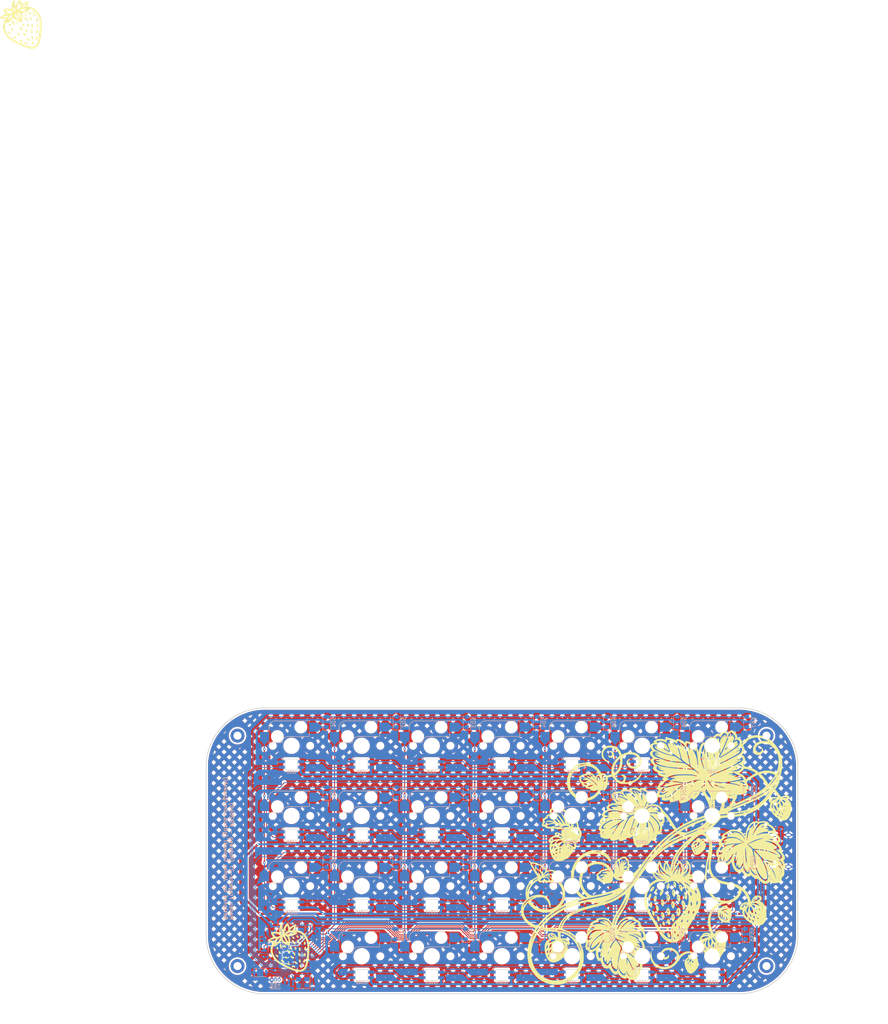
<source format=kicad_pcb>
(kicad_pcb (version 20240108) (generator "pcbnew") (generator_version "8.0")
  (title_block (title "Fragaria") (date "2024-10-05") (rev "1.0") (company "Gzowski.co.uk"))
  (layers (0 "F.Cu" signal) (31 "B.Cu" signal) (34 "B.Paste" user) (35 "F.Paste" user) (36 "B.SilkS" user "B.Silkscreen") (37 "F.SilkS" user "F.Silkscreen") (38 "B.Mask" user) (39 "F.Mask" user) (44 "Edge.Cuts" user))
  (net 0 "")
  (net 1 "GND")
  (net 2 "+3V3")
  (net 3 "+1V1")
  (net 4 "Net-(U3-XIN)")
  (net 5 "VBUS")
  (net 6 "/QSPI_SD1")
  (net 7 "/QSPI_SD3")
  (net 8 "/QSPI_SD0")
  (net 9 "/QSPI_SD2")
  (net 10 "/QSPI_SCLK")
  (net 11 "/QSPI_SS")
  (net 12 "/~{USB_BOOT}")
  (net 13 "/RUN")
  (net 14 "Net-(LED1-DOUT)")
  (net 15 "LED_D_IN")
  (net 16 "Net-(LED2-DOUT)")
  (net 17 "Net-(LED3-DOUT)")
  (net 18 "Net-(LED4-DOUT)")
  (net 19 "Net-(LED5-DOUT)")
  (net 20 "Net-(LED6-DOUT)")
  (net 21 "Net-(LED7-DOUT)")
  (net 22 "Net-(LED8-DOUT)")
  (net 23 "Net-(LED10-DIN)")
  (net 24 "Net-(LED10-DOUT)")
  (net 25 "Net-(LED11-DOUT)")
  (net 26 "Net-(LED12-DOUT)")
  (net 27 "Net-(LED13-DOUT)")
  (net 28 "Net-(LED14-DOUT)")
  (net 29 "Net-(LED15-DOUT)")
  (net 30 "Net-(LED16-DOUT)")
  (net 31 "Net-(LED17-DOUT)")
  (net 32 "Net-(LED18-DOUT)")
  (net 33 "Net-(LED19-DOUT)")
  (net 34 "Net-(LED20-DOUT)")
  (net 35 "Net-(LED21-DOUT)")
  (net 36 "Net-(LED22-DOUT)")
  (net 37 "Net-(LED23-DOUT)")
  (net 38 "Net-(LED24-DOUT)")
  (net 39 "Net-(LED25-DOUT)")
  (net 40 "Net-(LED26-DOUT)")
  (net 41 "Net-(USB1-CC1)")
  (net 42 "Net-(USB1-CC2)")
  (net 43 "/USB_D+")
  (net 44 "Net-(U3-USB_DP)")
  (net 45 "/USB_D-")
  (net 46 "Net-(U3-USB_DM)")
  (net 47 "Net-(U3-XOUT)")
  (net 48 "Net-(SD1-K)")
  (net 49 "ROW1")
  (net 50 "Net-(SD2-K)")
  (net 51 "Net-(SD3-K)")
  (net 52 "Net-(SD4-K)")
  (net 53 "Net-(SD5-K)")
  (net 54 "Net-(SD6-K)")
  (net 55 "Net-(SD7-K)")
  (net 56 "Net-(SD9-K)")
  (net 57 "ROW2")
  (net 58 "Net-(SD10-K)")
  (net 59 "Net-(SD11-K)")
  (net 60 "Net-(SD12-K)")
  (net 61 "Net-(SD13-K)")
  (net 62 "Net-(SD14-K)")
  (net 63 "Net-(SD15-K)")
  (net 64 "ROW3")
  (net 65 "Net-(SD17-K)")
  (net 66 "Net-(SD18-K)")
  (net 67 "Net-(SD19-K)")
  (net 68 "Net-(SD20-K)")
  (net 69 "Net-(SD21-K)")
  (net 70 "Net-(SD22-K)")
  (net 71 "Net-(SD23-K)")
  (net 72 "ROW4")
  (net 73 "Net-(SD25-K)")
  (net 74 "Net-(SD26-K)")
  (net 75 "Net-(SD27-K)")
  (net 76 "Net-(SD28-K)")
  (net 77 "Net-(SD29-K)")
  (net 78 "Net-(SD30-K)")
  (net 79 "COL1")
  (net 80 "COL2")
  (net 81 "COL3")
  (net 82 "COL4")
  (net 83 "COL5")
  (net 84 "COL6")
  (net 85 "COL7")
  (net 86 "/SWCLK")
  (net 87 "/SWD")
  (net 88 "/GPIO11")
  (net 89 "/GPIO22")
  (net 90 "/GPIO26_ADC0")
  (net 91 "/GPIO12")
  (net 92 "/GPIO9")
  (net 93 "/GPIO13")
  (net 94 "/GPIO17")
  (net 95 "/GPIO16")
  (net 96 "/GPIO27_ADC1")
  (net 97 "/GPIO14")
  (net 98 "/GPIO8")
  (net 99 "/GPIO15")
  (net 100 "/GPIO10")
  (net 101 "vsys")
  (footprint "Button_Switch_Keyboard:SW_Cherry_MX_1.00u_PCB_HOTSWAP_Details" (layer "F.Cu") (at 122.6405 112.223)
    (property "Reference" "SW16" (hide yes))
    (property "Value" "CPG151101S11" (hide yes))
  )
  (footprint "LOGO" (layer "F.Cu") (at 200.3125 109.745)
    (property "Reference" "G***" (hide yes))
    (property "Value" "LOGO" (hide yes))
  )
  (footprint "Button_Switch_Keyboard:SW_Cherry_MX_1.00u_PCB_HOTSWAP_Details" (layer "F.Cu") (at 122.6405 131.277955)
    (property "Reference" "SW22" (hide yes))
    (property "Value" "CPG151101S11" (hide yes))
  )
  (footprint "LOGO" (layer "F.Cu") (at 101.147453 133.775226 30)
    (property "Reference" "G***" (hide yes))
    (property "Value" "LOGO" (hide yes))
  )
  (footprint "Button_Switch_Keyboard:SW_Cherry_MX_1.00u_PCB_HOTSWAP_Details" (layer "F.Cu") (at 141.6905 131.273)
    (property "Reference" "SW23" (hide yes))
    (property "Value" "CPG151101S11" (hide yes))
  )
  (footprint "Button_Switch_Keyboard:SW_Cherry_MX_1.00u_PCB_HOTSWAP_Details" (layer "F.Cu") (at 122.6405 93.173)
    (property "Reference" "SW9" (hide yes))
    (property "Value" "CPG151101S11" (hide yes))
  )
  (footprint "Button_Switch_Keyboard:SW_Cherry_MX_1.00u_PCB_HOTSWAP_Details" (layer "F.Cu") (at 103.5905 93.177955)
    (property "Reference" "SW8" (hide yes))
    (property "Value" "CPG151101S11" (hide yes))
  )
  (footprint "Button_Switch_Keyboard:SW_Cherry_MX_1.00u_PCB_HOTSWAP_Details" (layer "F.Cu") (at 198.8375 112.21)
    (property "Reference" "SW20" (hide yes))
    (property "Value" "CPG151101S11" (hide yes))
  )
  (footprint "Button_Switch_Keyboard:SW_Cherry_MX_1.00u_PCB_HOTSWAP_Details" (layer "F.Cu") (at 179.7905 74.123)
    (property "Reference" "SW5" (hide yes))
    (property "Value" "CPG151101S11" (hide yes))
  )
  (footprint "Button_Switch_Keyboard:SW_Cherry_MX_1.00u_PCB_HOTSWAP_Details" (layer "F.Cu") (at 122.6405 74.127955)
    (property "Reference" "SW2" (hide yes))
    (property "Value" "CPG151101S11" (hide yes))
  )
  (footprint "Button_Switch_Keyboard:SW_Cherry_MX_1.00u_PCB_HOTSWAP_Details" (layer "F.Cu") (at 141.6805 93.183)
    (property "Reference" "SW10" (hide yes))
    (property "Value" "CPG151101S11" (hide yes))
  )
  (footprint "" (layer "F.Cu") (at 230.0775 139.03)
    (property "Reference" "hole" (hide yes))
    (property "Value" "hole" (hide yes))
  )
  (footprint "LOGO" (layer "F.Cu") (at 28.452453 -116.939774 30)
    (property "Reference" "G***" (hide yes))
    (property "Value" "LOGO" (hide yes))
  )
  (footprint "Button_Switch_Keyboard:SW_Cherry_MX_1.00u_PCB_HOTSWAP_Details" (layer "F.Cu") (at 217.8905 131.252955)
    (property "Reference" "SW27" (hide yes))
    (property "Value" "CPG151101S11" (hide yes))
  )
  (footprint "Button_Switch_Keyboard:SW_Cherry_MX_1.00u_PCB_HOTSWAP_Details" (layer "F.Cu") (at 198.8375 131.26)
    (property "Reference" "SW26" (hide yes))
    (property "Value" "CPG151101S11" (hide yes))
  )
  (footprint "Button_Switch_Keyboard:SW_Cherry_MX_1.00u_PCB_HOTSWAP_Details" (layer "F.Cu") (at 160.7405 131.273)
    (property "Reference" "SW24" (hide yes))
    (property "Value" "CPG151101S11" (hide yes))
  )
  (footprint "Connector_PinHeader_1.00mm:PinHeader_1x03_P1.00mm_Vertical" (layer "F.Cu") (at 95.6775 142.75 90)
    (property "Reference" "pin" (hide yes))
    (property "Value" "DNP" (hide yes))
  )
  (footprint "" (layer "F.Cu") (at 86.3775 139.03)
    (property "Reference" "hole" (hide yes))
    (property "Value" "hole" (hide yes))
  )
  (footprint "Button_Switch_Keyboard:SW_Cherry_MX_1.00u_PCB_HOTSWAP_Details" (layer "F.Cu") (at 198.8405 74.123)
    (property "Reference" "SW6" (hide yes))
    (property "Value" "CPG151101S11" (hide yes))
  )
  (footprint "Button_Switch_Keyboard:SW_Cherry_MX_1.00u_PCB_HOTSWAP_Details" (layer "F.Cu") (at 217.8805 74.108)
    (property "Reference" "SW7" (hide yes))
    (property "Value" "CPG151101S11" (hide yes))
  )
  (footprint "Button_Switch_Keyboard:SW_Cherry_MX_1.00u_PCB_HOTSWAP_Details" (layer "F.Cu") (at 141.6805 112.233)
    (property "Reference" "SW17" (hide yes))
    (property "Value" "CPG151101S11" (hide yes))
  )
  (footprint "Button_Switch_Keyboard:SW_Cherry_MX_1.00u_PCB_HOTSWAP_Details" (layer "F.Cu") (at 179.8055 93.173)
    (property "Reference" "SW12" (hide yes))
    (property "Value" "CPG151101S11" (hide yes))
  )
  (footprint "Button_Switch_Keyboard:SW_Cherry_MX_1.00u_PCB_HOTSWAP_Details" (layer "F.Cu") (at 198.8405 93.173)
    (property "Reference" "SW13" (hide yes))
    (property "Value" "CPG151101S11" (hide yes))
  )
  (footprint "Button_Switch_Keyboard:SW_Cherry_MX_1.00u_PCB_HOTSWAP_Details" (layer "F.Cu") (at 141.6805 74.127955)
    (property "Reference" "SW3" (hide yes))
    (property "Value" "CPG151101S11" (hide yes))
  )
  (footprint "Button_Switch_Keyboard:SW_Cherry_MX_1.00u_PCB_HOTSWAP_Details" (layer "F.Cu") (at 160.7405 112.223)
    (property "Reference" "SW18" (hide yes))
    (property "Value" "CPG151101S11" (hide yes))
  )
  (footprint "Button_Switch_Keyboard:SW_Cherry_MX_1.00u_PCB_HOTSWAP_Details" (layer "F.Cu") (at 103.5875 112.235)
    (property "Reference" "SW15" (hide yes))
    (property "Value" "CPG151101S11" (hide yes))
  )
  (footprint "" (layer "F.Cu") (at 86.3775 76.45)
    (property "Reference" "hole" (hide yes))
    (property "Value" "hole" (hide yes))
  )
  (footprint "Button_Switch_Keyboard:SW_Cherry_MX_1.00u_PCB_HOTSWAP_Details" (layer "F.Cu") (at 160.7405 93.177955)
    (property "Reference" "SW11" (hide yes))
    (property "Value" "CPG151101S11" (hide yes))
  )
  (footprint "Button_Switch_Keyboard:SW_Cherry_MX_1.00u_PCB_HOTSWAP_Details" (layer "F.Cu") (at 103.5805 74.133)
    (property "Reference" "SW1" (hide yes))
    (property "Value" "CPG151101S11" (hide yes))
  )
  (footprint "Button_Switch_Keyboard:SW_Cherry_MX_1.00u_PCB_HOTSWAP_Details" (layer "F.Cu") (at 160.7405 74.123)
    (property "Reference" "SW4" (hide yes))
    (property "Value" "CPG151101S11" (hide yes))
  )
  (footprint "Button_Switch_Keyboard:SW_Cherry_MX_1.00u_PCB_HOTSWAP_Details" (layer "F.Cu") (at 179.7905 131.258)
    (property "Reference" "SW25" (hide yes))
    (property "Value" "CPG151101S11" (hide yes))
  )
  (footprint "Button_Switch_Keyboard:SW_Cherry_MX_1.00u_PCB_HOTSWAP_Details" (layer "F.Cu") (at 217.8875 112.21)
    (property "Reference" "SW21" (hide yes))
    (property "Value" "CPG151101S11" (hide yes))
  )
  (footprint "" (layer "F.Cu") (at 230.0775 76.45)
    (property "Reference" "hole" (hide yes))
    (property "Value" "hole" (hide yes))
  )
  (footprint "Button_Switch_Keyboard:SW_Cherry_MX_1.00u_PCB_HOTSWAP_Details" (layer "F.Cu") (at 179.8055 112.208)
    (property "Reference" "SW19" (hide yes))
    (property "Value" "CPG151101S11" (hide yes))
  )
  (footprint "Button_Switch_Keyboard:SW_Cherry_MX_1.00u_PCB_HOTSWAP_Details" (layer "F.Cu") (at 217.8805 93.158)
    (property "Reference" "SW14" (hide yes))
    (property "Value" "CPG151101S11" (hide yes))
  )
  (footprint "Stencils:SK6812-MINI-E" (layer "B.Cu") (at 139.1525 122.375 180)
    (property "Reference" "LED17")
    (property "Value" "SK6803MINI-E-001" (hide yes))
    (fp_line (start 1.7 1.5) (end -1.7 1.5) (stroke (width 0.12)) (layer "Edge.Cuts"))
    (fp_line (start 1.7 -1.5) (end 1.7 1.5) (stroke (width 0.12)) (layer "Edge.Cuts"))
    (fp_line (start -1.7 1.5) (end -1.7 -1.5) (stroke (width 0.12)) (layer "Edge.Cuts"))
    (fp_line (start -1.7 -1.5) (end 1.7 -1.5) (stroke (width 0.12)) (layer "Edge.Cuts"))
  )
  (footprint "Stencils:SK6812-MINI-E" (layer "B.Cu") (at 158.2025 141.42 180)
    (property "Reference" "LED24")
    (property "Value" "SK6803MINI-E-001" (hide yes))
    (fp_line (start 1.7 1.5) (end -1.7 1.5) (stroke (width 0.12)) (layer "Edge.Cuts"))
    (fp_line (start 1.7 -1.5) (end 1.7 1.5) (stroke (width 0.12)) (layer "Edge.Cuts"))
    (fp_line (start -1.7 1.5) (end -1.7 -1.5) (stroke (width 0.12)) (layer "Edge.Cuts"))
    (fp_line (start -1.7 -1.5) (end 1.7 -1.5) (stroke (width 0.12)) (layer "Edge.Cuts"))
  )
  (footprint "Diode_SMD:D_SOD-123F" (layer "B.Cu") (at 110.5775 110.775 90)
    (property "Reference" "SD17")
    (property "Value" "1N4148W")
  )
  (footprint "Diode_SMD:D_SOD-123F" (layer "B.Cu") (at 224.8525 72.7 90)
    (property "Reference" "SD7")
    (property "Value" "1N4148W")
  )
  (footprint "Diode_SMD:D_SOD-123F" (layer "B.Cu") (at 129.23 130.3575 90)
    (property "Reference" "SD25")
    (property "Value" "1N4148W" (hide yes))
  )
  (footprint "Capacitor_SMD:C_0402_1005Metric" (layer "B.Cu") (at 105.38 132.13 90)
    (property "Reference" "C15")
    (property "Value" "CSA0201X5R104K6R3ET")
  )
  (footprint "Diode_SMD:D_SOD-123F" (layer "B.Cu") (at 148.6775 91.843 90)
    (property "Reference" "SD11")
    (property "Value" "1N4148W")
  )
  (footprint "Diode_SMD:D_SOD-123F" (layer "B.Cu") (at 224.8775 91.843 90)
    (property "Reference" "SD15")
    (property "Value" "1N4148W")
  )
  (footprint "Diode_SMD:D_SOD-123F" (layer "B.Cu") (at 148.6025 110.75 90)
    (property "Reference" "SD19")
    (property "Value" "1N4148W")
  )
  (footprint "Diode_SMD:D_SOD-123F" (layer "B.Cu") (at 224.481 130.3475 90)
    (property "Reference" "SD30")
    (property "Value" "1N4148W")
  )
  (footprint "Stencils:SK6812-MINI-E" (layer "B.Cu") (at 120.1025 141.42 180)
    (property "Reference" "LED22")
    (property "Value" "SK6803MINI-E-001" (hide yes))
    (fp_line (start 1.7 1.5) (end -1.7 1.5) (stroke (width 0.12)) (layer "Edge.Cuts"))
    (fp_line (start 1.7 -1.5) (end 1.7 1.5) (stroke (width 0.12)) (layer "Edge.Cuts"))
    (fp_line (start -1.7 1.5) (end -1.7 -1.5) (stroke (width 0.12)) (layer "Edge.Cuts"))
    (fp_line (start -1.7 -1.5) (end 1.7 -1.5) (stroke (width 0.12)) (layer "Edge.Cuts"))
  )
  (footprint "Diode_SMD:D_SOD-123F" (layer "B.Cu") (at 205.8275 72.7 90)
    (property "Reference" "SD6")
    (property "Value" "1N4148W")
  )
  (footprint "Capacitor_SMD:C_0402_1005Metric" (layer "B.Cu") (at 98.2275 131.71875 90)
    (property "Reference" "C3")
    (property "Value" "GRT033R60J105ME13D")
  )
  (footprint "Stencils:SK6812-MINI-E" (layer "B.Cu") (at 101.0325 84.28 180)
    (property "Reference" "LED1")
    (property "Value" "SK6803MINI-E-001" (hide yes))
    (fp_line (start 1.7 1.5) (end -1.7 1.5) (stroke (width 0.12)) (layer "Edge.Cuts"))
    (fp_line (start 1.7 -1.5) (end 1.7 1.5) (stroke (width 0.12)) (layer "Edge.Cuts"))
    (fp_line (start -1.7 1.5) (end -1.7 -1.5) (stroke (width 0.12)) (layer "Edge.Cuts"))
    (fp_line (start -1.7 -1.5) (end 1.7 -1.5) (stroke (width 0.12)) (layer "Edge.Cuts"))
  )
  (footprint "Stencils:SK6812-MINI-E" (layer "B.Cu") (at 120.1025 84.275 180)
    (property "Reference" "LED2")
    (property "Value" "SK6803MINI-E-001" (hide yes))
    (fp_line (start 1.7 1.5) (end -1.7 1.5) (stroke (width 0.12)) (layer "Edge.Cuts"))
    (fp_line (start 1.7 -1.5) (end 1.7 1.5) (stroke (width 0.12)) (layer "Edge.Cuts"))
    (fp_line (start -1.7 1.5) (end -1.7 -1.5) (stroke (width 0.12)) (layer "Edge.Cuts"))
    (fp_line (start -1.7 -1.5) (end 1.7 -1.5) (stroke (width 0.12)) (layer "Edge.Cuts"))
  )
  (footprint "Capacitor_SMD:C_0402_1005Metric" (layer "B.Cu") (at 101.45 144.50625 -90)
    (property "Reference" "C2")
    (property "Value" "GJM1555C1H220JB01D")
  )
  (footprint "Stencils:SK6812-MINI-E" (layer "B.Cu") (at 139.1525 141.42 180)
    (property "Reference" "LED23")
    (property "Value" "SK6803MINI-E-001" (hide yes))
    (fp_line (start 1.7 1.5) (end -1.7 1.5) (stroke (width 0.12)) (layer "Edge.Cuts"))
    (fp_line (start 1.7 -1.5) (end 1.7 1.5) (stroke (width 0.12)) (layer "Edge.Cuts"))
    (fp_line (start -1.7 1.5) (end -1.7 -1.5) (stroke (width 0.12)) (layer "Edge.Cuts"))
    (fp_line (start -1.7 -1.5) (end 1.7 -1.5) (stroke (width 0.12)) (layer "Edge.Cuts"))
  )
  (footprint "Stencils:SK6812-MINI-E" (layer "B.Cu") (at 177.2525 84.27 180)
    (property "Reference" "LED5")
    (property "Value" "SK6803MINI-E-001" (hide yes))
    (fp_line (start 1.7 1.5) (end -1.7 1.5) (stroke (width 0.12)) (layer "Edge.Cuts"))
    (fp_line (start 1.7 -1.5) (end 1.7 1.5) (stroke (width 0.12)) (layer "Edge.Cuts"))
    (fp_line (start -1.7 1.5) (end -1.7 -1.5) (stroke (width 0.12)) (layer "Edge.Cuts"))
    (fp_line (start -1.7 -1.5) (end 1.7 -1.5) (stroke (width 0.12)) (layer "Edge.Cuts"))
  )
  (footprint "Capacitor_SMD:C_0402_1005Metric" (layer "B.Cu") (at 106.615 144.41625 -90)
    (property "Reference" "C19")
    (property "Value" "GJM1555C1H220JB01D")
  )
  (footprint "Stencils:SK6812-MINI-E" (layer "B.Cu") (at 101.0525 103.32 180)
    (property "Reference" "LED8")
    (property "Value" "SK6803MINI-E-001" (hide yes))
    (fp_line (start 1.7 1.5) (end -1.7 1.5) (stroke (width 0.12)) (layer "Edge.Cuts"))
    (fp_line (start 1.7 -1.5) (end 1.7 1.5) (stroke (width 0.12)) (layer "Edge.Cuts"))
    (fp_line (start -1.7 1.5) (end -1.7 -1.5) (stroke (width 0.12)) (layer "Edge.Cuts"))
    (fp_line (start -1.7 -1.5) (end 1.7 -1.5) (stroke (width 0.12)) (layer "Edge.Cuts"))
  )
  (footprint "Stencils:SK6812-MINI-E" (layer "B.Cu") (at 120.1025 122.37 180)
    (property "Reference" "LED16")
    (property "Value" "SK6803MINI-E-001" (hide yes))
    (fp_line (start 1.7 1.5) (end -1.7 1.5) (stroke (width 0.12)) (layer "Edge.Cuts"))
    (fp_line (start 1.7 -1.5) (end 1.7 1.5) (stroke (width 0.12)) (layer "Edge.Cuts"))
    (fp_line (start -1.7 1.5) (end -1.7 -1.5) (stroke (width 0.12)) (layer "Edge.Cuts"))
    (fp_line (start -1.7 -1.5) (end 1.7 -1.5) (stroke (width 0.12)) (layer "Edge.Cuts"))
  )
  (footprint "Stencils:SK6812-MINI-E" (layer "B.Cu") (at 215.3525 141.395 180)
    (property "Reference" "LED27")
    (property "Value" "SK6803MINI-E-001" (hide yes))
    (fp_line (start 1.7 1.5) (end -1.7 1.5) (stroke (width 0.12)) (layer "Edge.Cuts"))
    (fp_line (start 1.7 -1.5) (end 1.7 1.5) (stroke (width 0.12)) (layer "Edge.Cuts"))
    (fp_line (start -1.7 1.5) (end -1.7 -1.5) (stroke (width 0.12)) (layer "Edge.Cuts"))
    (fp_line (start -1.7 -1.5) (end 1.7 -1.5) (stroke (width 0.12)) (layer "Edge.Cuts"))
  )
  (footprint "Package_SON:SON-8-1EP_3x2mm_P0.5mm_EP1.4x1.6mm" (layer "B.Cu") (at 103.63 129.33 90)
    (property "Reference" "FLASH1")
    (property "Value" "w25q16jvuxiq")
  )
  (footprint "Diode_SMD:D_SOD-123F" (layer "B.Cu") (at 186.7775 72.7 90)
    (property "Reference" "SD5")
    (property "Value" "1N4148W")
  )
  (footprint "Button_Switch_SMD:SW_SPST_CK_KXT3" (layer "B.Cu") (at 92.5275 140.775 180)
    (property "Reference" "J1")
    (property "Value" "KXT331LHS")
  )
  (footprint "Stencils:SK6812-MINI-E" (layer "B.Cu") (at 139.1275 103.32 180)
    (property "Reference" "LED10")
    (property "Value" "SK6803MINI-E-001" (hide yes))
    (fp_line (start 1.7 1.5) (end -1.7 1.5) (stroke (width 0.12)) (layer "Edge.Cuts"))
    (fp_line (start 1.7 -1.5) (end 1.7 1.5) (stroke (width 0.12)) (layer "Edge.Cuts"))
    (fp_line (start -1.7 1.5) (end -1.7 -1.5) (stroke (width 0.12)) (layer "Edge.Cuts"))
    (fp_line (start -1.7 -1.5) (end 1.7 -1.5) (stroke (width 0.12)) (layer "Edge.Cuts"))
  )
  (footprint "Capacitor_SMD:C_0402_1005Metric" (layer "B.Cu") (at 99.2525 142.85 -90)
    (property "Reference" "C7")
    (property "Value" "CSA0201X5R104K6R3ET")
  )
  (footprint "Stencils:SK6812-MINI-E" (layer "B.Cu") (at 177.2525 141.395 180)
    (property "Reference" "LED25")
    (property "Value" "SK6803MINI-E-001" (hide yes))
    (fp_line (start 1.7 1.5) (end -1.7 1.5) (stroke (width 0.12)) (layer "Edge.Cuts"))
    (fp_line (start 1.7 -1.5) (end 1.7 1.5) (stroke (width 0.12)) (layer "Edge.Cuts"))
    (fp_line (start -1.7 1.5) (end -1.7 -1.5) (stroke (width 0.12)) (layer "Edge.Cuts"))
    (fp_line (start -1.7 -1.5) (end 1.7 -1.5) (stroke (width 0.12)) (layer "Edge.Cuts"))
  )
  (footprint "Stencils:SK6812-MINI-E" (layer "B.Cu") (at 158.1775 84.27 180)
    (property "Reference" "LED4")
    (property "Value" "SK6803MINI-E-001" (hide yes))
    (fp_line (start 1.7 1.5) (end -1.7 1.5) (stroke (width 0.12)) (layer "Edge.Cuts"))
    (fp_line (start 1.7 -1.5) (end 1.7 1.5) (stroke (width 0.12)) (layer "Edge.Cuts"))
    (fp_line (start -1.7 1.5) (end -1.7 -1.5) (stroke (width 0.12)) (layer "Edge.Cuts"))
    (fp_line (start -1.7 -1.5) (end 1.7 -1.5) (stroke (width 0.12)) (layer "Edge.Cuts"))
  )
  (footprint "Stencils:SK6812-MINI-E" (layer "B.Cu") (at 177.2525 103.32 180)
    (property "Reference" "LED12")
    (property "Value" "SK6803MINI-E-001" (hide yes))
    (fp_line (start 1.7 1.5) (end -1.7 1.5) (stroke (width 0.12)) (layer "Edge.Cuts"))
    (fp_line (start 1.7 -1.5) (end 1.7 1.5) (stroke (width 0.12)) (layer "Edge.Cuts"))
    (fp_line (start -1.7 1.5) (end -1.7 -1.5) (stroke (width 0.12)) (layer "Edge.Cuts"))
    (fp_line (start -1.7 -1.5) (end 1.7 -1.5) (stroke (width 0.12)) (layer "Edge.Cuts"))
  )
  (footprint "Capacitor_SMD:C_0402_1005Metric" (layer "B.Cu") (at 94.83 136.89625 135)
    (property "Reference" "C11")
    (property "Value" "CSA0201X5R104K6R3ET")
  )
  (footprint "Resistor_SMD:R_0402_1005Metric" (layer "B.Cu") (at 99.77 126.83 -135)
    (property "Reference" "R4")
    (property "Value" "0201WMJ0270TEE")
  )
  (footprint "Capacitor_SMD:C_0402_1005Metric" (layer "B.Cu") (at 105.12 138.99625 -90)
    (property "Reference" "C8")
    (property "Value" "CSA0201X5R104K6R3ET")
  )
  (footprint "Capacitor_SMD:C_0402_1005Metric" (layer "B.Cu") (at 100.79 130.27 90)
    (property "Reference" "C6")
    (property "Value" "CSA0201X5R104K6R3ET")
  )
  (footprint "Diode_SMD:D_SOD-123F" (layer "B.Cu") (at 129.5775 110.75 90)
    (property "Reference" "SD18")
    (property "Value" "1N4148W")
  )
  (footprint "Stencils:SK6812-MINI-E" (layer "B.Cu") (at 196.3025 141.4 180)
    (property "Reference" "LED26")
    (property "Value" "SK6803MINI-E-001" (hide yes))
    (fp_line (start 1.7 1.5) (end -1.7 1.5) (stroke (width 0.12)) (layer "Edge.Cuts"))
    (fp_line (start 1.7 -1.5) (end 1.7 1.5) (stroke (width 0.12)) (layer "Edge.Cuts"))
    (fp_line (start -1.7 1.5) (end -1.7 -1.5) (stroke (width 0.12)) (layer "Edge.Cuts"))
    (fp_line (start -1.7 -1.5) (end 1.7 -1.5) (stroke (width 0.12)) (layer "Edge.Cuts"))
  )
  (footprint "Stencils:SK6812-MINI-E" (layer "B.Cu") (at 158.2025 103.32 180)
    (property "Reference" "LED11")
    (property "Value" "SK6803MINI-E-001" (hide yes))
    (fp_line (start 1.7 1.5) (end -1.7 1.5) (stroke (width 0.12)) (layer "Edge.Cuts"))
    (fp_line (start 1.7 -1.5) (end 1.7 1.5) (stroke (width 0.12)) (layer "Edge.Cuts"))
    (fp_line (start -1.7 1.5) (end -1.7 -1.5) (stroke (width 0.12)) (layer "Edge.Cuts"))
    (fp_line (start -1.7 -1.5) (end 1.7 -1.5) (stroke (width 0.12)) (layer "Edge.Cuts"))
  )
  (footprint "Diode_SMD:D_SOD-123F" (layer "B.Cu") (at 148.6775 72.725 90)
    (property "Reference" "SD3")
    (property "Value" "1N4148W")
  )
  (footprint "Diode_SMD:D_SOD-123F" (layer "B.Cu") (at 205.497 130.3595 90)
    (property "Reference" "SD29")
    (property "Value" "1N4148W")
  )
  (footprint "Stencils:SK6812-MINI-E" (layer "B.Cu") (at 177.2775 122.345 180)
    (property "Reference" "LED19")
    (property "Value" "SK6803MINI-E-001" (hide yes))
    (fp_line (start 1.7 1.5) (end -1.7 1.5) (stroke (width 0.12)) (layer "Edge.Cuts"))
    (fp_line (start 1.7 -1.5) (end 1.7 1.5) (stroke (width 0.12)) (layer "Edge.Cuts"))
    (fp_line (start -1.7 1.5) (end -1.7 -1.5) (stroke (width 0.12)) (layer "Edge.Cuts"))
    (fp_line (start -1.7 -1.5) (end 1.7 -1.5) (stroke (width 0.12)) (layer "Edge.Cuts"))
  )
  (footprint "Stencils:SK6812-MINI-E" (layer "B.Cu") (at 215.3525 122.35 180)
    (property "Reference" "LED21")
    (property "Value" "SK6803MINI-E-001" (hide yes))
    (fp_line (start 1.7 1.5) (end -1.7 1.5) (stroke (width 0.12)) (layer "Edge.Cuts"))
    (fp_line (start 1.7 -1.5) (end 1.7 1.5) (stroke (width 0.12)) (layer "Edge.Cuts"))
    (fp_line (start -1.7 1.5) (end -1.7 -1.5) (stroke (width 0.12)) (layer "Edge.Cuts"))
    (fp_line (start -1.7 -1.5) (end 1.7 -1.5) (stroke (width 0.12)) (layer "Edge.Cuts"))
  )
  (footprint "Diode_SMD:D_SOD-123F" (layer "B.Cu") (at 167.7275 72.7 90)
    (property "Reference" "SD4")
    (property "Value" "1N4148W")
  )
  (footprint "Stencils:SK6812-MINI-E" (layer "B.Cu") (at 120.1025 103.32 180)
    (property "Reference" "LED9")
    (property "Value" "SK6803MINI-E-001" (hide yes))
    (fp_line (start 1.7 1.5) (end -1.7 1.5) (stroke (width 0.12)) (layer "Edge.Cuts"))
    (fp_line (start 1.7 -1.5) (end 1.7 1.5) (stroke (width 0.12)) (layer "Edge.Cuts"))
    (fp_line (start -1.7 1.5) (end -1.7 -1.5) (stroke (width 0.12)) (layer "Edge.Cuts"))
    (fp_line (start -1.7 -1.5) (end 1.7 -1.5) (stroke (width 0.12)) (layer "Edge.Cuts"))
  )
  (footprint "Stencils:SK6812-MINI-E" (layer "B.Cu") (at 196.3025 122.35 180)
    (property "Reference" "LED20")
    (property "Value" "SK6803MINI-E-001" (hide yes))
    (fp_line (start 1.7 1.5) (end -1.7 1.5) (stroke (width 0.12)) (layer "Edge.Cuts"))
    (fp_line (start 1.7 -1.5) (end 1.7 1.5) (stroke (width 0.12)) (layer "Edge.Cuts"))
    (fp_line (start -1.7 1.5) (end -1.7 -1.5) (stroke (width 0.12)) (layer "Edge.Cuts"))
    (fp_line (start -1.7 -1.5) (end 1.7 -1.5) (stroke (width 0.12)) (layer "Edge.Cuts"))
  )
  (footprint "HRO-TYPE-C31-M-12:HRO-TYPE-C-31-M-12" (layer "B.Cu") (at 238.6125 107.725 -90)
    (property "Reference" "USB2")
    (property "Value" "HRO-TYPE-C-31-M-12")
  )
  (footprint "RP2040_minimal:RP2040-QFN-56" (layer "B.Cu") (at 100.2275 136.69375 180)
    (property "Reference" "U3")
    (property "Value" "RP2040")
  )
  (footprint "Diode_SMD:D_SOD-123F" (layer "B.Cu") (at 205.8275 91.843 90)
    (property "Reference" "SD14")
    (property "Value" "1N4148W")
  )
  (footprint "Diode_SMD:D_SOD-123F" (layer "B.Cu") (at 167.7275 110.775 90)
    (property "Reference" "SD20")
    (property "Value" "1N4148W")
  )
  (footprint "Diode_SMD:D_SOD-123F" (layer "B.Cu") (at 167.7275 91.843 90)
    (property "Reference" "SD12")
    (property "Value" "1N4148W")
  )
  (footprint "Capacitor_SMD:C_0402_1005Metric" (layer "B.Cu") (at 95.46 133.63 90)
    (property "Reference" "C14")
    (property "Value" "CSA0201X5R104K6R3ET")
  )
  (footprint "Stencils:SK6812-MINI-E" (layer "B.Cu") (at 139.1275 84.27 180)
    (property "Reference" "LED3")
    (property "Value" "SK6803MINI-E-001" (hide yes))
    (fp_line (start 1.7 1.5) (end -1.7 1.5) (stroke (width 0.12)) (layer "Edge.Cuts"))
    (fp_line (start 1.7 -1.5) (end 1.7 1.5) (stroke (width 0.12)) (layer "Edge.Cuts"))
    (fp_line (start -1.7 1.5) (end -1.7 -1.5) (stroke (width 0.12)) (layer "Edge.Cuts"))
    (fp_line (start -1.7 -1.5) (end 1.7 -1.5) (stroke (width 0.12)) (layer "Edge.Cuts"))
  )
  (footprint "Stencils:SK6812-MINI-E" (layer "B.Cu") (at 215.3275 103.295 180)
    (property "Reference" "LED14")
    (property "Value" "SK6803MINI-E-001" (hide yes))
    (fp_line (start 1.7 1.5) (end -1.7 1.5) (stroke (width 0.12)) (layer "Edge.Cuts"))
    (fp_line (start 1.7 -1.5) (end 1.7 1.5) (stroke (width 0.12)) (layer "Edge.Cuts"))
    (fp_line (start -1.7 1.5) (end -1.7 -1.5) (stroke (width 0.12)) (layer "Edge.Cuts"))
    (fp_line (start -1.7 -1.5) (end 1.7 -1.5) (stroke (width 0.12)) (layer "Edge.Cuts"))
  )
  (footprint "Crystal:Crystal_SMD_3225-4Pin_3.2x2.5mm" (layer "B.Cu") (at 104.1 143.42625 180)
    (property "Reference" "Y1")
    (property "Value" " TAXM12M4RKDCDT2T")
  )
  (footprint "Diode_SMD:D_SOD-123F" (layer "B.Cu") (at 224.8025 110.775 90)
    (property "Reference" "SD23")
    (property "Value" "1N4148W")
  )
  (footprint "Capacitor_SMD:C_0402_1005Metric" (layer "B.Cu") (at 105.38 128.38625 90)
    (property "Reference" "R1")
    (property "Value" "0201WMF1001TEE")
  )
  (footprint "Diode_SMD:D_SOD-123F" (layer "B.Cu") (at 148.347 130.3475 90)
    (property "Reference" "SD26")
    (property "Value" "1N4148W" (hide yes))
  )
  (footprint "Diode_SMD:D_SOD-123F" (layer "B.Cu") (at 129.6275 91.85 90)
    (property "Reference" "SD10")
    (property "Value" "1N4148W")
  )
  (footprint "Resistor_SMD:R_0402_1005Metric" (layer "B.Cu") (at 100.53 127.53 -135)
    (property "Reference" "R3")
    (property "Value" "0201WMJ0270TEE")
  )
  (footprint "Diode_SMD:D_SOD-123F" (layer "B.Cu") (at 110.5775 72.7 90)
    (property "Reference" "SD1")
    (property "Value" "1N4148W")
  )
  (footprint "Capacitor_SMD:C_0402_1005Metric" (layer "B.Cu") (at 97.3025 131.71875 90)
    (property "Reference" "C10")
    (property "Value" "GRT033R60J105ME13D")
  )
  (footprint "Stencils:SK6812-MINI-E" (layer "B.Cu") (at 158.2025 122.37 180)
    (property "Reference" "LED18")
    (property "Value" "SK6803MINI-E-001" (hide yes))
    (fp_line (start 1.7 1.5) (end -1.7 1.5) (stroke (width 0.12)) (layer "Edge.Cuts"))
    (fp_line (start 1.7 -1.5) (end 1.7 1.5) (stroke (width 0.12)) (layer "Edge.Cuts"))
    (fp_line (start -1.7 1.5) (end -1.7 -1.5) (stroke (width 0.12)) (layer "Edge.Cuts"))
    (fp_line (start -1.7 -1.5) (end 1.7 -1.5) (stroke (width 0.12)) (layer "Edge.Cuts"))
  )
  (footprint "Capacitor_SMD:C_0402_1005Metric" (layer "B.Cu") (at 101.45 142.62625 90)
    (property "Reference" "R7")
    (property "Value" "0201WMF1001TEE")
  )
  (footprint "Resistor_SMD:R_0402_1005Metric" (layer "B.Cu") (at 233.6525 113.65)
    (property "Reference" "R6")
    (property "Value" "RTT01512JTH")
  )
  (footprint "Diode_SMD:D_SOD-123F" (layer "B.Cu") (at 110.5775 91.843 90)
    (property "Reference" "SD9")
    (property "Value" "1N4148W")
  )
  (footprint "Stencils:SK6812-MINI-E" (layer "B.Cu") (at 196.3025 84.27 180)
    (property "Reference" "LED6")
    (property "Value" "SK6803MINI-E-001" (hide yes))
    (fp_line (start 1.7 1.5) (end -1.7 1.5) (stroke (width 0.12)) (layer "Edge.Cuts"))
    (fp_line (start 1.7 -1.5) (end 1.7 1.5) (stroke (width 0.12)) (layer "Edge.Cuts"))
    (fp_line (start -1.7 1.5) (end -1.7 -1.5) (stroke (width 0.12)) (layer "Edge.Cuts"))
    (fp_line (start -1.7 -1.5) (end 1.7 -1.5) (stroke (width 0.12)) (layer "Edge.Cuts"))
  )
  (footprint "Diode_SMD:D_SOD-123F" (layer "B.Cu") (at 186.447 130.3595 90)
    (property "Reference" "SD28")
    (property "Value" "1N4148W")
  )
  (footprint "Stencils:SK6812-MINI-E" (layer "B.Cu") (at 101.0525 122.375 180)
    (property "Reference" "LED15")
    (property "Value" "SK6803MINI-E-001" (hide yes))
    (fp_line (start 1.7 1.5) (end -1.7 1.5) (stroke (width 0.12)) (layer "Edge.Cuts"))
    (fp_line (start 1.7 -1.5) (end 1.7 1.5) (stroke (width 0.12)) (layer "Edge.Cuts"))
    (fp_line (start -1.7 1.5) (end -1.7 -1.5) (stroke (width 0.12)) (layer "Edge.Cuts"))
    (fp_line (start -1.7 -1.5) (end 1.7 -1.5) (stroke (width 0.12)) (layer "Edge.Cuts"))
  )
  (footprint "Diode_SMD:D_SOD-123F" (layer "B.Cu") (at 186.7775 110.775 90)
    (property "Reference" "SD21")
    (property "Value" "1N4148W")
  )
  (footprint "Diode_SMD:D_SOD-123F" (layer "B.Cu") (at 167.397 130.3475 90)
    (property "Reference" "SD27")
    (property "Value" "1N4148W")
  )
  (footprint "Capacitor_SMD:C_0402_1005Metric" (layer "B.Cu") (at 99.82 130.27 90)
    (property "Reference" "C13")
    (property "Value" "CSA0201X5R104K6R3ET")
  )
  (footprint "Capacitor_SMD:C_0402_1005Metric" (layer "B.Cu") (at 105.38 130.28 90)
    (property "Reference" "R2")
    (property "Value" "0201WMF1002TEE")
  )
  (footprint "Diode_SMD:D_SOD-523" (layer "B.Cu") (at 97.9525 127.61875 90)
    (property "Reference" "D1")
    (property "Value" "RB520SM-40T2R")
  )
  (footprint "Capacitor_SMD:C_0402_1005Metric" (layer "B.Cu") (at 96.3275 131.71875 90)
    (property "Reference" "C4")
    (property "Value" "GRT033R60J105ME13D")
  )
  (footprint "Resistor_SMD:R_0402_1005Metric" (layer "B.Cu") (at 233.4275 101.775)
    (property "Reference" "R5")
    (property "Value" "RTT01512JTH")
  )
  (footprint "Stencils:SK6812-MINI-E" (layer "B.Cu") (at 196.3025 103.32 180)
    (property "Reference" "LED13")
    (property "Value" "SK6803MINI-E-001" (hide yes))
    (fp_line (start 1.7 1.5) (end -1.7 1.5) (stroke (width 0.12)) (layer "Edge.Cuts"))
    (fp_line (start 1.7 -1.5) (end 1.7 1.5) (stroke (width 0.12)) (layer "Edge.Cuts"))
    (fp_line (start -1.7 1.5) (end -1.7 -1.5) (stroke (width 0.12)) (layer "Edge.Cuts"))
    (fp_line (start -1.7 -1.5) (end 1.7 -1.5) (stroke (width 0.12)) (layer "Edge.Cuts"))
  )
  (footprint "Button_Switch_SMD:SW_SPST_CK_KXT3" (layer "B.Cu") (at 93.59 133.23 90)
    (property "Reference" "J2")
    (property "Value" "KXT331LHS")
  )
  (footprint "Capacitor_SMD:C_0402_1005Metric" (layer "B.Cu") (at 100.32 142.43 -90)
    (property "Reference" "C18")
    (property "Value" "CSA0201X5R104K6R3ET")
  )
  (footprint "Diode_SMD:D_SOD-123F" (layer "B.Cu") (at 129.6275 72.7 90)
    (property "Reference" "SD2")
    (property "Value" "1N4148W")
  )
  (footprint "Capacitor_SMD:C_0402_1005Metric" (layer "B.Cu") (at 98.2025 129.84375 -90)
    (property "Reference" "C1")
    (property "Value" "GRT033R60J105ME13D")
  )
  (footprint "Diode_SMD:D_SOD-123F" (layer "B.Cu") (at 186.7775 91.843 90)
    (property "Reference" "SD13")
    (property "Value" "1N4148W")
  )
  (footprint "Diode_SMD:D_SOD-123F" (layer "B.Cu") (at 205.8275 110.75 90)
    (property "Reference" "SD22")
    (property "Value" "1N4148W")
  )
  (footprint "Package_TO_SOT_SMD:SOT-23" (layer "B.Cu") (at 95.5025 128.83125 90)
    (property "Reference" "U1")
    (property "Value" "ZL6201A33S3")
  )
  (footprint "Capacitor_SMD:C_0402_1005Metric" (layer "B.Cu") (at 107.0125 129.23625 -45)
    (property "Reference" "C5")
    (property "Value" "CSA0201X5R104K6R3ET")
  )
  (footprint "Stencils:SK6812-MINI-E" (layer "B.Cu") (at 215.3275 84.245 180)
    (property "Reference" "LED7")
    (property "Value" "SK6803MINI-E-001" (hide yes))
    (fp_line (start 1.7 1.5) (end -1.7 1.5) (stroke (width 0.12)) (layer "Edge.Cuts"))
    (fp_line (start 1.7 -1.5) (end 1.7 1.5) (stroke (width 0.12)) (layer "Edge.Cuts"))
    (fp_line (start -1.7 1.5) (end -1.7 -1.5) (stroke (width 0.12)) (layer "Edge.Cuts"))
    (fp_line (start -1.7 -1.5) (end 1.7 -1.5) (stroke (width 0.12)) (layer "Edge.Cuts"))
  )
  (gr_line (start 238.5775 131.53) (end 238.5775 83.95) (stroke (width 0.2)) (layer "Edge.Cuts"))
  (gr_line (start 77.8775 131.53) (end 77.8775 83.95) (stroke (width 0.2)) (layer "Edge.Cuts"))
  (gr_line (start 221.5775 68.95) (end 94.8775 68.95) (stroke (width 0.2)) (layer "Edge.Cuts"))
  (gr_line (start 94.8775 146.53) (end 221.5775 146.53) (stroke (width 0.2)) (layer "Edge.Cuts"))
  (gr_arc (start 221.5775 68.95) (mid 233.184102 72.929185) (end 238.5775 83.95) (stroke (width 0.2)) (layer "Edge.Cuts"))
  (gr_arc (start 238.5775 131.53) (mid 233.184102 142.550815) (end 221.5775 146.53) (stroke (width 0.2)) (layer "Edge.Cuts"))
  (gr_arc (start 94.8775 146.53) (mid 83.270897 142.550817) (end 77.8775 131.53) (stroke (width 0.2)) (layer "Edge.Cuts"))
  (gr_arc (start 77.8775 83.95) (mid 83.270898 72.929185) (end 94.8775 68.95) (stroke (width 0.2)) (layer "Edge.Cuts"))
  (gr_text "CLK\nSWD\nGND" (at 95.36 145.5 270) (layer "B.SilkS") (effects (font (size 0.6 0.6) (thickness 0.125) (bold yes)) (justify left bottom mirror)))
  (gr_text "Model: Fragaria-27 (Hotswap - RP2040)\nDesigned by: James Gzowski (github.com/gzowski)" (at 82.5825 126.595 270) (layer "B.SilkS") (effects (font (size 1 1) (thickness 0.2) (bold yes)) (justify left bottom mirror)))
  (segment (start 103 142.57625) (end 102.47625 143.1) (width 0.2) (layer "B.Cu") (net 0))
  (segment (start 102.06 143.1) (end 102.05375 143.10625) (width 0.2) (layer "B.Cu") (net 0))
  (segment (start 101.44 144.17125) (end 101.45 144.18125) (width 0.15) (layer "B.Cu") (net 0))
  (segment (start 102.47625 143.1) (end 102.06 143.1) (width 0.2) (layer "B.Cu") (net 0))
  (segment (start 102.05375 143.10625) (end 101.45 143.10625) (width 0.2) (layer "B.Cu") (net 0))
  (segment (start 101.45 143.10625) (end 101.45 144.02625) (width 0.2) (layer "B.Cu") (net 0))
  (segment (start 102.47 143.10625) (end 103 142.57625) (width 0.15) (layer "B.Cu") (net 0))
  (via (at 145.4025 142) (size 0.4) (drill 0.2) (layers "F.Cu" "B.Cu") (net 1))
  (via (at 113.93 120.6) (size 0.4) (drill 0.2) (layers "F.Cu" "B.Cu") (net 1))
  (via (at 203.4025 122.975) (size 0.4) (drill 0.2) (layers "F.Cu" "B.Cu") (net 1))
  (via (at 100.65 128.79) (size 0.4) (drill 0.2) (layers "F.Cu" "B.Cu") (net 1))
  (via (at 101.2205 139.35075) (size 0.4) (drill 0.2) (layers "F.Cu" "B.Cu") (net 1))
  (via (at 170.4525 140.625) (size 0.4) (drill 0.2) (layers "F.Cu" "B.Cu") (net 1))
  (via (at 114.7025 140.65) (size 0.4) (drill 0.2) (layers "F.Cu" "B.Cu") (net 1))
  (via (at 96.8525 125.525) (size 0.4) (drill 0.2) (layers "F.Cu" "B.Cu") (net 1))
  (via (at 183.8775 104.125) (size 0.4) (drill 0.2) (layers "F.Cu" "B.Cu") (net 1))
  (via (at 230.62 113.78) (size 0.6) (drill 0.3) (layers "F.Cu" "B.Cu") (net 1))
  (via (at 95.08 132.33) (size 0.4) (drill 0.2) (layers "F.Cu" "B.Cu") (net 1))
  (via (at 183.2775 142.3) (size 0.4) (drill 0.2) (layers "F.Cu" "B.Cu") (net 1))
  (via (at 100.3275 144.2) (size 0.4) (drill 0.2) (layers "F.Cu" "B.Cu") (net 1))
  (via (at 126.8525 85.1) (size 0.4) (drill 0.2) (layers "F.Cu" "B.Cu") (net 1))
  (via (at 95.62 129.75) (size 0.4) (drill 0.2) (layers "F.Cu" "B.Cu") (net 1))
  (via (at 126.4775 104.2) (size 0.4) (drill 0.2) (layers "F.Cu" "B.Cu") (net 1))
  (via (at 108.57 128.84) (size 0.4) (drill 0.2) (layers "F.Cu" "B.Cu") (net 1))
  (via (at 95.55 107.85) (size 0.4) (drill 0.2) (layers "F.Cu" "B.Cu") (net 1))
  (via (at 90.9025 138.85) (size 0.4) (drill 0.2) (layers "F.Cu" "B.Cu") (net 1))
  (via (at 102.69 131.26) (size 0.4) (drill 0.2) (layers "F.Cu" "B.Cu") (net 1))
  (via (at 164.1275 142.075) (size 0.4) (drill 0.2) (layers "F.Cu" "B.Cu") (net 1))
  (via (at 146.0025 123.05) (size 0.4) (drill 0.2) (layers "F.Cu" "B.Cu") (net 1))
  (via (at 96.39 87.89) (size 0.4) (drill 0.2) (layers "F.Cu" "B.Cu") (net 1))
  (via (at 164.6525 104.125) (size 0.4) (drill 0.2) (layers "F.Cu" "B.Cu") (net 1))
  (via (at 164.8775 85.175) (size 0.4) (drill 0.2) (layers "F.Cu" "B.Cu") (net 1))
  (via (at 208.6025 140.625) (size 0.4) (drill 0.2) (layers "F.Cu" "B.Cu") (net 1))
  (via (at 93.42 136.46) (size 0.4) (drill 0.2) (layers "F.Cu" "B.Cu") (net 1))
  (via (at 165.0275 122.9) (size 0.4) (drill 0.2) (layers "F.Cu" "B.Cu") (net 1))
  (via (at 202.9025 104.2) (size 0.4) (drill 0.2) (layers "F.Cu" "B.Cu") (net 1))
  (via (at 106.43 131.65) (size 0.4) (drill 0.2) (layers "F.Cu" "B.Cu") (net 1))
  (via (at 104.13 145.20625) (size 0.4) (drill 0.2) (layers "F.Cu" "B.Cu") (net 1))
  (via (at 132.8025 140.65) (size 0.4) (drill 0.2) (layers "F.Cu" "B.Cu") (net 1))
  (via (at 107.4525 104.15) (size 0.4) (drill 0.2) (layers "F.Cu" "B.Cu") (net 1))
  (via (at 107.0275 85.05) (size 0.4) (drill 0.2) (layers "F.Cu" "B.Cu") (net 1))
  (via (at 151.8275 140.65) (size 0.4) (drill 0.2) (layers "F.Cu" "B.Cu") (net 1))
  (via (at 202.9025 142.225) (size 0.4) (drill 0.2) (layers "F.Cu" "B.Cu") (net 1))
  (via (at 126.3275 123.05) (size 0.4) (drill 0.2) (layers "F.Cu" "B.Cu") (net 1))
  (via (at 126.5525 142.075) (size 0.4) (drill 0.2) (layers "F.Cu" "B.Cu") (net 1))
  (via (at 96.5525 140.225) (size 0.4) (drill 0.2) (layers "F.Cu" "B.Cu") (net 1))
  (via (at 228.7 103.49) (size 0.6) (drill 0.3) (layers "F.Cu" "B.Cu") (net 1))
  (via (at 203.1025 85.025) (size 0.4) (drill 0.2) (layers "F.Cu" "B.Cu") (net 1))
  (via (at 106.26 139.49) (size 0.4) (drill 0.2) (layers "F.Cu" "B.Cu") (net 1))
  (via (at 184.1025 122.975) (size 0.4) (drill 0.2) (layers "F.Cu" "B.Cu") (net 1))
  (via (at 145.8025 85) (size 0.4) (drill 0.2) (layers "F.Cu" "B.Cu") (net 1))
  (via (at 183.7275 84.95) (size 0.4) (drill 0.2) (layers "F.Cu" "B.Cu") (net 1))
  (via (at 189.4025 140.65) (size 0.4) (drill 0.2) (layers "F.Cu" "B.Cu") (net 1))
  (via (at 145.3275 104.05) (size 0.4) (drill 0.2) (layers "F.Cu" "B.Cu") (net 1))
  (segment (start 103.63 129.51) (end 103.63 129.33) (width 0.15) (layer "B.Cu") (net 1))
  (segment (start 93.516839 136.556839) (end 94.490589 136.556839) (width 0.2) (layer "B.Cu") (net 1))
  (segment (start 103 145.09) (end 103 144.27625) (width 0.2) (layer "B.Cu") (net 1))
  (segment (start 103.11625 145.20625) (end 103 145.09) (width 0.2) (layer "B.Cu") (net 1))
  (segment (start 106.305 145.20625) (end 106.615 144.89625) (width 0.15) (layer "B.Cu") (net 1))
  (segment (start 96.4525 131.11375) (end 96.3275 131.23875) (width 0.2) (layer "B.Cu") (net 1))
  (segment (start 100.79 128.93) (end 100.79 129.87625) (width 0.2) (layer "B.Cu") (net 1))
  (segment (start 95.08 132.33) (end 95.46 132.71) (width 0.2) (layer "B.Cu") (net 1))
  (segment (start 101.2275 140.13125) (end 101.2275 139.35775) (width 0.15) (layer "B.Cu") (net 1))
  (segment (start 104.13 145.20625) (end 103.11625 145.20625) (width 0.2) (layer "B.Cu") (net 1))
  (segment (start 105.38 131.65) (end 106.43 131.65) (width 0.15) (layer "B.Cu") (net 1))
  (segment (start 100.3275 144.95375) (end 100.36 144.98625) (width 0.2) (layer "B.Cu") (net 1))
  (segment (start 99.2525 143.33) (end 99.2525 144.4925) (width 0.2) (layer "B.Cu") (net 1))
  (segment (start 108.087572 128.84) (end 107.351911 129.575661) (width 0.2) (layer "B.Cu") (net 1))
  (segment (start 90.9025 138.85) (end 90.9025 140.775) (width 0.2) (layer "B.Cu") (net 1))
  (segment (start 95.63875 129.76875) (end 95.62 129.75) (width 0.2) (layer "B.Cu") (net 1))
  (segment (start 104.13 142.98625) (end 104.54 142.57625) (width 0.15) (layer "B.Cu") (net 1))
  (segment (start 230.9175 111.13) (end 231.8325 112.045) (width 0.5) (layer "B.Cu") (net 1))
  (segment (start 102.88 130.6175) (end 102.88 130.26) (width 0.15) (layer "B.Cu") (net 1))
  (segment (start 170.4725 140.645) (end 174.7025 140.645) (width 0.2) (layer "B.Cu") (net 1))
  (segment (start 114.7225 140.67) (end 114.7025 140.65) (width 0.2) (layer "B.Cu") (net 1))
  (segment (start 94.315001 132.33) (end 93.59 131.604999) (width 0.2) (layer "B.Cu") (net 1))
  (segment (start 230.9175 104.5) (end 230.9175 104.32) (width 0.2) (layer "B.Cu") (net 1))
  (segment (start 100.7425 129.82875) (end 99.8075 129.82875) (width 0.2) (layer "B.Cu") (net 1))
  (segment (start 151.8475 140.67) (end 151.8275 140.65) (width 0.2) (layer "B.Cu") (net 1))
  (segment (start 132.8225 140.67) (end 132.8025 140.65) (width 0.2) (layer "B.Cu") (net 1))
  (segment (start 93.42 136.46) (end 93.516839 136.556839) (width 0.2) (layer "B.Cu") (net 1))
  (segment (start 155.6525 140.67) (end 151.8475 140.67) (width 0.2) (layer "B.Cu") (net 1))
  (segment (start 104.13 145.20625) (end 106.305 145.20625) (width 0.15) (layer "B.Cu") (net 1))
  (segment (start 96.3275 131.23875) (end 98.2275 131.23875) (width 0.2) (layer "B.Cu") (net 1))
  (segment (start 136.6025 140.67) (end 132.8225 140.67) (width 0.2) (layer "B.Cu") (net 1))
  (segment (start 101.2275 139.35775) (end 101.2205 139.35075) (width 0.15) (layer "B.Cu") (net 1))
  (segment (start 96.4525 129.76875) (end 95.63875 129.76875) (width 0.2) (layer "B.Cu") (net 1))
  (segment (start 230.9175 110.95) (end 230.9175 111.13) (width 0.2) (layer "B.Cu") (net 1))
  (segment (start 99.2525 144.4925) (end 99.74625 144.98625) (width 0.2) (layer "B.Cu") (net 1))
  (segment (start 102.69 131.26) (end 102.69 130.8075) (width 0.15) (layer "B.Cu") (net 1))
  (segment (start 98.2275 130.34875) (end 98.2025 130.32375) (width 0.2) (layer "B.Cu") (net 1))
  (segment (start 189.4025 140.65) (end 193.7525 140.65) (width 0.2) (layer "B.Cu") (net 1))
  (segment (start 95.08 132.33) (end 94.315001 132.33) (width 0.2) (layer "B.Cu") (net 1))
  (segment (start 100.79 129.87625) (end 100.7425 129.82875) (width 0.2) (layer "B.Cu") (net 1))
  (segment (start 95.46 132.71) (end 95.46 133.15) (width 0.2) (layer "B.Cu") (net 1))
  (segment (start 105.13375 139.49) (end 105.12 139.47625) (width 0.2) (layer "B.Cu") (net 1))
  (segment (start 100.3275 144.2) (end 100.3275 142.9175) (width 0.2) (layer "B.Cu") (net 1))
  (segment (start 212.8025 140.645) (end 208.6225 140.645) (width 0.2) (layer "B.Cu") (net 1))
  (segment (start 104.54 142.57625) (end 105.2 142.57625) (width 0.15) (layer "B.Cu") (net 1))
  (segment (start 170.4525 140.625) (end 170.4725 140.645) (width 0.2) (layer "B.Cu") (net 1))
  (segment (start 96.4525 129.76875) (end 96.4525 131.11375) (width 0.2) (layer "B.Cu") (net 1))
  (segment (start 117.5525 140.67) (end 114.7225 140.67) (width 0.2) (layer "B.Cu") (net 1))
  (segment (start 100.36 144.98625) (end 101.45 144.98625) (width 0.2) (layer "B.Cu") (net 1))
  (segment (start 106.26 139.49) (end 105.13375 139.49) (width 0.2) (layer "B.Cu") (net 1))
  (segment (start 230.9175 104.32) (end 231.8325 103.405) (width 0.5) (layer "B.Cu") (net 1))
  (segment (start 108.57 128.84) (end 108.087572 128.84) (width 0.2) (layer "B.Cu") (net 1))
  (segment (start 208.6225 140.645) (end 208.6025 140.625) (width 0.2) (layer "B.Cu") (net 1))
  (segment (start 102.88 130.26) (end 103.63 129.51) (width 0.15) (layer "B.Cu") (net 1))
  (segment (start 104.13 145.20625) (end 104.13 142.98625) (width 0.15) (layer "B.Cu") (net 1))
  (segment (start 99.74625 144.98625) (end 100.36 144.98625) (width 0.2) (layer "B.Cu") (net 1))
  (segment (start 98.2275 131.23875) (end 98.2275 130.34875) (width 0.2) (layer "B.Cu") (net 1))
  (segment (start 100.65 128.79) (end 100.79 128.93) (width 0.2) (layer "B.Cu") (net 1))
  (segment (start 100.3275 144.2) (end 100.3275 144.95375) (width 0.2) (layer "B.Cu") (net 1))
  (segment (start 102.69 130.8075) (end 102.88 130.6175) (width 0.15) (layer "B.Cu") (net 1))
  (segment (start 100.3275 142.9175) (end 100.32 142.91) (width 0.2) (layer "B.Cu") (net 1))
  (segment (start 96.4487 132.19875) (end 96.3275 132.19875) (width 0.25) (layer "B.Cu") (net 2))
  (segment (start 100.0275 141.2175) (end 100.32 141.51) (width 0.15) (layer "B.Cu") (net 2))
  (segment (start 105.375 132.61) (end 104.64125 133.34375) (width 0.15) (layer "B.Cu") (net 2))
  (segment (start 104.54 127.13) (end 104.38 127.29) (width 0.15) (layer "B.Cu") (net 2))
  (segment (start 104.73 131.100001) (end 104.73 131.68) (width 0.15) (layer "B.Cu") (net 2))
  (segment (start 99.8075 131.88) (end 99.8075 132.7025) (width 0.15) (layer "B.Cu") (net 2))
  (segment (start 106.6925 127.776998) (end 106.045502 127.13) (width 0.15) (layer "B.Cu") (net 2))
  (segment (start 105.070001 130.76) (end 104.73 131.100001) (width 0.15) (layer "B.Cu") (net 2))
  (segment (start 100.32 141.51) (end 100.32 141.95) (width 0.15) (layer "B.Cu") (net 2))
  (segment (start 100.0275 132.9) (end 100.0275 133.25625) (width 0.15) (layer "B.Cu") (net 2))
  (segment (start 105.38 130.76) (end 105.070001 130.76) (width 0.15) (layer "B.Cu") (net 2))
  (segment (start 96.7575 132.8875) (end 96.7575 133.42875) (width 0.3) (layer "B.Cu") (net 2))
  (segment (start 106.6925 128.877428) (end 106.6925 127.776998) (width 0.15) (layer "B.Cu") (net 2))
  (segment (start 106.3125 130.0225) (end 106.3125 129.257428) (width 0.15) (layer "B.Cu") (net 2))
  (segment (start 99.6275 132.8825) (end 99.6275 133.25625) (width 0.15) (layer "B.Cu") (net 2))
  (segment (start 95.6275 137.69375) (end 95.169411 137.235661) (width 0.2) (layer "B.Cu") (net 2))
  (segment (start 105.575 130.76) (end 106.3125 130.0225) (width 0.15) (layer "B.Cu") (net 2))
  (segment (start 94.5525 130.5725) (end 94.5525 129.76875) (width 0.25) (layer "B.Cu") (net 2))
  (segment (start 104.60375 137.69375) (end 103.665 137.69375) (width 0.15) (layer "B.Cu") (net 2))
  (segment (start 96.3275 132.4575) (end 96.7575 132.8875) (width 0.3) (layer "B.Cu") (net 2))
  (segment (start 100.3275 141.76875) (end 100.24 141.85625) (width 0.15) (layer "B.Cu") (net 2))
  (segment (start 96.3275 132.19875) (end 96.17875 132.19875) (width 0.25) (layer "B.Cu") (net 2))
  (segment (start 96.79 137.69375) (end 95.6275 137.69375) (width 0.2) (layer "B.Cu") (net 2))
  (segment (start 96.79 134.09375) (end 95.47625 134.09375) (width 0.2) (layer "B.Cu") (net 2))
  (segment (start 106.045502 127.13) (end 104.54 127.13) (width 0.15) (layer "B.Cu") (net 2))
  (segment (start 104.64125 133.34375) (end 103.67125 133.34375) (width 0.15) (layer "B.Cu") (net 2))
  (segment (start 100.0275 140.13125) (end 100.0275 141.2175) (width 0.15) (layer "B.Cu") (net 2))
  (segment (start 103.665 133.35) (end 103.665 132.745) (width 0.15) (layer "B.Cu") (net 2))
  (segment (start 105.12 138.21) (end 104.60375 137.69375) (width 0.15) (layer "B.Cu") (net 2))
  (segment (start 96.17875 132.19875) (end 94.5525 130.5725) (width 0.25) (layer "B.Cu") (net 2))
  (segment (start 95.47625 134.09375) (end 95.46 134.11) (width 0.2) (layer "B.Cu") (net 2))
  (segment (start 99.8075 132.7025) (end 99.6275 132.8825) (width 0.15) (layer "B.Cu") (net 2))
  (segment (start 103.665 134.09375) (end 103.665 133.35) (width 0.15) (layer "B.Cu") (net 2))
  (segment (start 104.38 127.29) (end 104.38 128.0425) (width 0.15) (layer "B.Cu") (net 2))
  (segment (start 106.3125 129.257428) (end 106.6925 128.877428) (width 0.15) (layer "B.Cu") (net 2))
  (segment (start 99.8075 130.78875) (end 99.8075 131.88) (width 0.15) (layer "B.Cu") (net 2))
  (segment (start 97.3025 132.5725) (end 97.6275 132.8975) (width 0.3) (layer "B.Cu") (net 2))
  (segment (start 99.6275 133.25625) (end 100.0275 133.25625) (width 0.2) (layer "B.Cu") (net 2))
  (segment (start 96.4487 132.19875) (end 96.3275 132.19875) (width 0.25) (layer "B.Cu") (net 2))
  (segment (start 97.3025 132.19875) (end 97.3025 132.5725) (width 0.3) (layer "B.Cu") (net 2))
  (segment (start 103.665 132.745) (end 103.835 132.575) (width 0.15) (layer "B.Cu") (net 2))
  (segment (start 99.8075 131.88) (end 99.8075 132.68) (width 0.15) (layer "B.Cu") (net 2))
  (segment (start 97.6275 132.8975) (end 97.6275 133.25625) (width 0.3) (layer "B.Cu") (net 2))
  (segment (start 96.3275 132.19875) (end 96.3275 132.4575) (width 0.3) (layer "B.Cu") (net 2))
  (segment (start 103.67125 133.34375) (end 103.665 133.35) (width 0.15) (layer "B.Cu") (net 2))
  (segment (start 104.73 131.68) (end 103.835 132.575) (width 0.15) (layer "B.Cu") (net 2))
  (segment (start 105.12 138.51625) (end 105.12 138.21) (width 0.15) (layer "B.Cu") (net 2))
  (segment (start 99.8075 132.68) (end 100.0275 132.9) (width 0.15) (layer "B.Cu") (net 2))
  (segment (start 98.4275 134.06875) (end 98.2525 134.24375) (width 0.15) (layer "F.Cu") (net 3))
  (segment (start 98.2525 138.84375) (end 98.7025 139.29375) (width 0.15) (layer "F.Cu") (net 3))
  (segment (start 98.7025 139.29375) (end 99.3275 139.29375) (width 0.15) (layer "F.Cu") (net 3))
  (segment (start 98.2525 134.24375) (end 98.2525 138.84375) (width 0.15) (layer "F.Cu") (net 3))
  (segment (start 100.4275 134.06875) (end 98.4275 134.06875) (width 0.15) (layer "F.Cu") (net 3))
  (via (at 99.3275 139.29375) (size 0.4) (drill 0.2) (layers "F.Cu" "B.Cu") (net 3))
  (via (at 98.4275 134.06875) (size 0.4) (drill 0.2) (layers "F.Cu" "B.Cu") (net 3))
  (via (at 100.4275 134.06875) (size 0.4) (drill 0.2) (layers "F.Cu" "B.Cu") (net 3))
  (segment (start 100.4275 131.6825) (end 100.7525 131.3575) (width 0.15) (layer "B.Cu") (net 3))
  (segment (start 99.2525 141.75) (end 99.2525 142.37) (width 0.15) (layer "B.Cu") (net 3))
  (segment (start 98.4275 132.39875) (end 98.2275 132.19875) (width 0.15) (layer "B.Cu") (net 3))
  (segment (start 98.4275 133.25625) (end 98.4275 134.06875) (width 0.15) (layer "B.Cu") (net 3))
  (segment (start 99.6275 139.59375) (end 99.6275 140.13125) (width 0.15) (layer "B.Cu") (net 3))
  (segment (start 98.4275 133.25625) (end 98.4275 132.39875) (width 0.15) (layer "B.Cu") (net 3))
  (segment (start 99.6275 140.13125) (end 99.6275 141.375) (width 0.15) (layer "B.Cu") (net 3))
  (segment (start 100.4275 132.76875) (end 100.4275 133.25625) (width 0.15) (layer "B.Cu") (net 3))
  (segment (start 99.3275 139.29375) (end 99.6275 139.59375) (width 0.15) (layer "B.Cu") (net 3))
  (segment (start 100.7525 131.3575) (end 100.7525 130.79875) (width 0.15) (layer "B.Cu") (net 3))
  (segment (start 100.4275 133.25625) (end 100.4275 131.6825) (width 0.15) (layer "B.Cu") (net 3))
  (segment (start 99.6275 141.375) (end 99.2525 141.75) (width 0.15) (layer "B.Cu") (net 3))
  (segment (start 100.4275 133.25625) (end 100.4275 134.06875) (width 0.15) (layer "B.Cu") (net 3))
  (segment (start 100.8275 140.7175) (end 100.8275 140.13125) (width 0.15) (layer "B.Cu") (net 4))
  (segment (start 106.02 144.47625) (end 105.16 144.47625) (width 0.15) (layer "B.Cu") (net 4))
  (segment (start 106.615 143.93625) (end 106.56 143.93625) (width 0.15) (layer "B.Cu") (net 4))
  (segment (start 106.615 143.93625) (end 106.615 141.98625) (width 0.15) (layer "B.Cu") (net 4))
  (segment (start 106 141.37125) (end 101.48125 141.37125) (width 0.15) (layer "B.Cu") (net 4))
  (segment (start 106.56 143.93625) (end 106.02 144.47625) (width 0.15) (layer "B.Cu") (net 4))
  (segment (start 106.615 141.98625) (end 106 141.37125) (width 0.15) (layer "B.Cu") (net 4))
  (segment (start 101.48125 141.37125) (end 100.8275 140.7175) (width 0.15) (layer "B.Cu") (net 4))
  (segment (start 100.8275 140.13125) (end 100.8275 140.557659) (width 0.15) (layer "B.Cu") (net 4))
  (segment (start 229.9075 105.215) (end 230.0584 105.3659) (width 0.4) (layer "F.Cu") (net 5))
  (segment (start 230.0584 105.3659) (end 230.0584 109.9841) (width 0.4) (layer "F.Cu") (net 5))
  (segment (start 230.0584 109.9841) (end 229.8675 110.175) (width 0.4) (layer "F.Cu") (net 5))
  (via (at 229.8675 110.175) (size 0.4) (drill 0.2) (layers "F.Cu" "B.Cu") (net 5))
  (via (at 229.9075 105.215) (size 0.4) (drill 0.2) (layers "F.Cu" "B.Cu") (net 5))
  (segment (start 229.8675 110.175) (end 230.9175 110.175) (width 0.4) (layer "B.Cu") (net 5))
  (segment (start 107.58 124.76) (end 100.11125 124.76) (width 0.58) (layer "B.Cu") (net 5))
  (segment (start 229.8875 105.215) (end 227.7475 107.355) (width 0.58) (layer "B.Cu") (net 5))
  (segment (start 225.389414 125.81) (end 108.63 125.81) (width 0.58) (layer "B.Cu") (net 5))
  (segment (start 229.9075 105.215) (end 230.8575 105.215) (width 0.4) (layer "B.Cu") (net 5))
  (segment (start 230.8575 105.215) (end 230.9175 105.275) (width 0.4) (layer "B.Cu") (net 5))
  (segment (start 108.63 125.81) (end 107.58 124.76) (width 0.58) (layer "B.Cu") (net 5))
  (segment (start 97.8725 126.91875) (end 97.9525 126.91875) (width 0.4) (layer "B.Cu") (net 5))
  (segment (start 227.7475 107.355) (end 227.7475 123.451914) (width 0.58) (layer "B.Cu") (net 5))
  (segment (start 100.11125 124.76) (end 97.9525 126.91875) (width 0.58) (layer "B.Cu") (net 5))
  (segment (start 229.9075 105.215) (end 229.8875 105.215) (width 0.4) (layer "B.Cu") (net 5))
  (segment (start 227.7475 123.451914) (end 225.389414 125.81) (width 0.58) (layer "B.Cu") (net 5))
  (segment (start 103.275026 132.11) (end 102.86 132.11) (width 0.15) (layer "B.Cu") (net 6))
  (segment (start 103.88 130.6175) (end 103.88 131.505026) (width 0.15) (layer "B.Cu") (net 6))
  (segment (start 102.4275 132.5425) (end 102.4275 133.25625) (width 0.15) (layer "B.Cu") (net 6))
  (segment (start 103.88 131.505026) (end 103.275026 132.11) (width 0.15) (layer "B.Cu") (net 6))
  (segment (start 102.86 132.11) (end 102.4275 132.5425) (width 0.15) (layer "B.Cu") (net 6))
  (segment (start 101.38 131.294974) (end 101.38 127.709999) (width 0.15) (layer "B.Cu") (net 7))
  (segment (start 100.8275 131.847474) (end 101.38 131.294974) (width 0.15) (layer "B.Cu") (net 7))
  (segment (start 101.38 127.709999) (end 102.119999 126.97) (width 0.15) (layer "B.Cu") (net 7))
  (segment (start 103.88 127.26) (end 103.88 128.0425) (width 0.15) (layer "B.Cu") (net 7))
  (segment (start 103.59 126.97) (end 103.88 127.26) (width 0.15) (layer "B.Cu") (net 7))
  (segment (start 102.119999 126.97) (end 103.59 126.97) (width 0.15) (layer "B.Cu") (net 7))
  (segment (start 100.8275 133.25625) (end 100.8275 131.847474) (width 0.15) (layer "B.Cu") (net 7))
  (segment (start 102.08 131.584923) (end 101.6275 132.037423) (width 0.15) (layer "B.Cu") (net 8))
  (segment (start 102.08 128.19) (end 102.08 131.584923) (width 0.15) (layer "B.Cu") (net 8))
  (segment (start 102.88 128.0425) (end 102.4925 128.0425) (width 0.15) (layer "B.Cu") (net 8))
  (segment (start 102.49 128.04) (end 102.23 128.04) (width 0.15) (layer "B.Cu") (net 8))
  (segment (start 102.23 128.04) (end 102.08 128.19) (width 0.15) (layer "B.Cu") (net 8))
  (segment (start 102.4925 128.0425) (end 102.49 128.04) (width 0.15) (layer "B.Cu") (net 8))
  (segment (start 101.6275 132.037423) (end 101.6275 133.25625) (width 0.15) (layer "B.Cu") (net 8))
  (segment (start 103.38 131.51) (end 103.38 130.6175) (width 0.15) (layer "B.Cu") (net 9))
  (segment (start 102.0275 133.25625) (end 102.0275 132.4273) (width 0.15) (layer "B.Cu") (net 9))
  (segment (start 102.6948 131.76) (end 103.13 131.76) (width 0.15) (layer "B.Cu") (net 9))
  (segment (start 102.0275 132.4273) (end 102.6948 131.76) (width 0.15) (layer "B.Cu") (net 9))
  (segment (start 103.13 131.76) (end 103.38 131.51) (width 0.15) (layer "B.Cu") (net 9))
  (segment (start 101.2275 131.942448) (end 101.2275 133.25625) (width 0.15) (layer "B.Cu") (net 10))
  (segment (start 103.34 127.32) (end 102.264974 127.32) (width 0.15) (layer "B.Cu") (net 10))
  (segment (start 101.73 131.439948) (end 101.2275 131.942448) (width 0.15) (layer "B.Cu") (net 10))
  (segment (start 101.73 127.854974) (end 101.73 131.439948) (width 0.15) (layer "B.Cu") (net 10))
  (segment (start 103.38 128.0425) (end 103.38 127.36) (width 0.15) (layer "B.Cu") (net 10))
  (segment (start 102.264974 127.32) (end 101.73 127.854974) (width 0.15) (layer "B.Cu") (net 10))
  (segment (start 103.38 127.36) (end 103.34 127.32) (width 0.15) (layer "B.Cu") (net 10))
  (segment (start 103.04 132.46) (end 102.8275 132.6725) (width 0.15) (layer "B.Cu") (net 11))
  (segment (start 103.44 132.46) (end 103.04 132.46) (width 0.15) (layer "B.Cu") (net 11))
  (segment (start 104.4425 130.6175) (end 105.26 129.8) (width 0.15) (layer "B.Cu") (net 11))
  (segment (start 102.8275 132.6725) (end 102.8275 133.25625) (width 0.15) (layer "B.Cu") (net 11))
  (segment (start 104.38 130.6175) (end 104.4425 130.6175) (width 0.15) (layer "B.Cu") (net 11))
  (segment (start 104.38 131.52) (end 103.44 132.46) (width 0.15) (layer "B.Cu") (net 11))
  (segment (start 105.26 129.8) (end 105.38 129.8) (width 0.15) (layer "B.Cu") (net 11))
  (segment (start 105.38 129.8) (end 105.38 129.035) (width 0.15) (layer "B.Cu") (net 11))
  (segment (start 104.38 130.6175) (end 104.38 131.52) (width 0.15) (layer "B.Cu") (net 11))
  (segment (start 106.1925 129.46) (end 106.1925 127.94875) (width 0.25) (layer "F.Cu") (net 12))
  (segment (start 93.61 133.67) (end 94.23 133.05) (width 0.25) (layer "F.Cu") (net 12))
  (segment (start 102.6025 133.05) (end 106.1925 129.46) (width 0.25) (layer "F.Cu") (net 12))
  (segment (start 94.23 133.05) (end 102.6025 133.05) (width 0.25) (layer "F.Cu") (net 12))
  (via (at 106.1925 127.94875) (size 0.4) (drill 0.2) (layers "F.Cu" "B.Cu") (net 12))
  (via (at 93.61 133.67) (size 0.4) (drill 0.2) (layers "F.Cu" "B.Cu") (net 12))
  (segment (start 93.62 134.825001) (end 93.59 134.855001) (width 0.58) (layer "B.Cu") (net 12))
  (segment (start 93.61 133.67) (end 93.62 133.68) (width 0.25) (layer "B.Cu") (net 12))
  (segment (start 93.62 133.68) (end 93.62 134.825001) (width 0.25) (layer "B.Cu") (net 12))
  (segment (start 106.15 127.90625) (end 105.38 127.90625) (width 0.2) (layer "B.Cu") (net 12))
  (segment (start 98.4275 140.925) (end 98.2025 141.15) (width 0.2) (layer "B.Cu") (net 13))
  (segment (start 98.2025 141.15) (end 96.0025 141.15) (width 0.2) (layer "B.Cu") (net 13))
  (segment (start 95.6275 140.775) (end 94.1525 140.775) (width 0.2) (layer "B.Cu") (net 13))
  (segment (start 96.0025 141.15) (end 95.6275 140.775) (width 0.2) (layer "B.Cu") (net 13))
  (segment (start 98.4275 140.13125) (end 98.4275 140.925) (width 0.2) (layer "B.Cu") (net 13))
  (segment (start 103.5825 83.53) (end 109.6825 83.53) (width 0.25) (layer "B.Cu") (net 14))
  (segment (start 111.1775 85.025) (end 117.5525 85.025) (width 0.25) (layer "B.Cu") (net 14))
  (segment (start 109.6825 83.53) (end 111.1775 85.025) (width 0.25) (layer "B.Cu") (net 14))
  (segment (start 98.4825 85.03) (end 93.0475 85.03) (width 0.2) (layer "B.Cu") (net 15))
  (segment (start 90.15 135.603872) (end 93.439878 138.89375) (width 0.2) (layer "B.Cu") (net 15))
  (segment (start 93.0425 85.025) (end 91.8775 85.025) (width 0.2) (layer "B.Cu") (net 15))
  (segment (start 90.15 86.7525) (end 90.15 135.603872) (width 0.2) (layer "B.Cu") (net 15))
  (segment (start 93.439878 138.89375) (end 96.79 138.89375) (width 0.2) (layer "B.Cu") (net 15))
  (segment (start 93.0475 85.03) (end 93.0425 85.025) (width 0.2) (layer "B.Cu") (net 15))
  (segment (start 91.8775 85.025) (end 90.15 86.7525) (width 0.2) (layer "B.Cu") (net 15))
  (segment (start 130.4725 85.02) (end 136.5775 85.02) (width 0.25) (layer "B.Cu") (net 16))
  (segment (start 122.6525 83.525) (end 128.9775 83.525) (width 0.25) (layer "B.Cu") (net 16))
  (segment (start 128.9775 83.525) (end 130.4725 85.02) (width 0.25) (layer "B.Cu") (net 16))
  (segment (start 147.7225 83.52) (end 149.2225 85.02) (width 0.25) (layer "B.Cu") (net 17))
  (segment (start 141.6775 83.52) (end 147.7225 83.52) (width 0.25) (layer "B.Cu") (net 17))
  (segment (start 149.2225 85.02) (end 155.6275 85.02) (width 0.25) (layer "B.Cu") (net 17))
  (segment (start 160.7275 83.52) (end 167.1975 83.52) (width 0.25) (layer "B.Cu") (net 18))
  (segment (start 168.6975 85.02) (end 174.7025 85.02) (width 0.25) (layer "B.Cu") (net 18))
  (segment (start 167.1975 83.52) (end 168.6975 85.02) (width 0.25) (layer "B.Cu") (net 18))
  (segment (start 179.8025 83.52) (end 186.4975 83.52) (width 0.25) (layer "B.Cu") (net 19))
  (segment (start 187.9975 85.02) (end 193.7525 85.02) (width 0.25) (layer "B.Cu") (net 19))
  (segment (start 186.4975 83.52) (end 187.9975 85.02) (width 0.25) (layer "B.Cu") (net 19))
  (segment (start 206.7475 84.995) (end 212.7775 84.995) (width 0.25) (layer "B.Cu") (net 20))
  (segment (start 205.2725 83.52) (end 206.7475 84.995) (width 0.25) (layer "B.Cu") (net 20))
  (segment (start 198.8525 83.52) (end 205.2725 83.52) (width 0.25) (layer "B.Cu") (net 20))
  (segment (start 99.1 89.19) (end 99.1 89.2025) (width 0.2) (layer "F.Cu") (net 21))
  (segment (start 99.1 89.2025) (end 94.2525 94.05) (width 0.2) (layer "F.Cu") (net 21))
  (segment (start 94.2525 94.05) (end 94.2525 102.25) (width 0.2) (layer "F.Cu") (net 21))
  (segment (start 220.3525 84.36) (end 220.3525 88.1875) (width 0.2) (layer "F.Cu") (net 21))
  (segment (start 94.2525 102.25) (end 96.0775 104.075) (width 0.2) (layer "F.Cu") (net 21))
  (via (at 96.0775 104.075) (size 0.4) (drill 0.2) (layers "F.Cu" "B.Cu") (net 21))
  (via (at 220.3525 88.1875) (size 0.4) (drill 0.2) (layers "F.Cu" "B.Cu") (net 21))
  (via (at 99.1 89.19) (size 0.4) (drill 0.2) (layers "F.Cu" "B.Cu") (net 21))
  (via (at 220.3525 84.36) (size 0.4) (drill 0.2) (layers "F.Cu" "B.Cu") (net 21))
  (segment (start 219.36 89.18) (end 220.3525 88.1875) (width 0.2) (layer "B.Cu") (net 21))
  (segment (start 219.5225 83.495) (end 217.8775 83.495) (width 0.2) (layer "B.Cu") (net 21))
  (segment (start 99.11 89.18) (end 219.36 89.18) (width 0.2) (layer "B.Cu") (net 21))
  (segment (start 98.5025 104.07) (end 96.0825 104.07) (width 0.2) (layer "B.Cu") (net 21))
  (segment (start 220.3525 84.36) (end 220.3525 84.325) (width 0.2) (layer "B.Cu") (net 21))
  (segment (start 220.3525 84.325) (end 219.5225 83.495) (width 0.2) (layer "B.Cu") (net 21))
  (segment (start 96.0825 104.07) (end 96.0775 104.075) (width 0.2) (layer "B.Cu") (net 21))
  (segment (start 99.1 89.19) (end 99.11 89.18) (width 0.2) (layer "B.Cu") (net 21))
  (segment (start 111.2225 104.07) (end 117.5525 104.07) (width 0.25) (layer "B.Cu") (net 22))
  (segment (start 103.6025 102.57) (end 109.7225 102.57) (width 0.25) (layer "B.Cu") (net 22))
  (segment (start 109.7225 102.57) (end 111.2225 104.07) (width 0.25) (layer "B.Cu") (net 22))
  (segment (start 128.7475 102.57) (end 130.2475 104.07) (width 0.25) (layer "B.Cu") (net 23))
  (segment (start 122.6525 102.57) (end 128.7475 102.57) (width 0.25) (layer "B.Cu") (net 23))
  (segment (start 130.2475 104.07) (end 136.5775 104.07) (width 0.25) (layer "B.Cu") (net 23))
  (segment (start 149.4475 104.07) (end 155.6525 104.07) (width 0.25) (layer "B.Cu") (net 24))
  (segment (start 141.6775 102.57) (end 147.9475 102.57) (width 0.25) (layer "B.Cu") (net 24))
  (segment (start 147.9475 102.57) (end 149.4475 104.07) (width 0.25) (layer "B.Cu") (net 24))
  (segment (start 160.7525 102.57) (end 166.9975 102.57) (width 0.25) (layer "B.Cu") (net 25))
  (segment (start 168.4975 104.07) (end 174.7025 104.07) (width 0.25) (layer "B.Cu") (net 25))
  (segment (start 166.9975 102.57) (end 168.4975 104.07) (width 0.25) (layer "B.Cu") (net 25))
  (segment (start 179.8025 102.57) (end 185.9475 102.57) (width 0.25) (layer "B.Cu") (net 26))
  (segment (start 187.4475 104.07) (end 193.7525 104.07) (width 0.25) (layer "B.Cu") (net 26))
  (segment (start 185.9475 102.57) (end 187.4475 104.07) (width 0.25) (layer "B.Cu") (net 26))
  (segment (start 204.9975 102.57) (end 206.4725 104.045) (width 0.25) (layer "B.Cu") (net 27))
  (segment (start 206.4725 104.045) (end 212.7775 104.045) (width 0.25) (layer "B.Cu") (net 27))
  (segment (start 198.8525 102.57) (end 204.9975 102.57) (width 0.25) (layer "B.Cu") (net 27))
  (segment (start 93.7025 120.875) (end 95.9525 123.125) (width 0.2) (layer "F.Cu") (net 28))
  (segment (start 220.14625 103.19375) (end 220.14625 107.47125) (width 0.2) (layer "F.Cu") (net 28))
  (segment (start 98.9825 108.17) (end 93.7025 113.45) (width 0.2) (layer "F.Cu") (net 28))
  (segment (start 220.14625 107.47125) (end 220.1525 107.4775) (width 0.58) (layer "F.Cu") (net 28))
  (segment (start 99 108.17) (end 98.9825 108.17) (width 0.2) (layer "F.Cu") (net 28))
  (segment (start 93.7025 113.45) (end 93.7025 120.875) (width 0.2) (layer "F.Cu") (net 28))
  (segment (start 95.9525 123.125) (end 95.9775 123.125) (width 0.2) (layer "F.Cu") (net 28))
  (segment (start 95.9775 123.125) (end 95.9775 123.15) (width 0.2) (layer "F.Cu") (net 28))
  (via (at 220.1525 107.4775) (size 0.4) (drill 0.2) (layers "F.Cu" "B.Cu") (net 28))
  (via (at 99 108.17) (size 0.4) (drill 0.2) (layers "F.Cu" "B.Cu") (net 28))
  (via (at 220.14625 103.19375) (size 0.4) (drill 0.2) (layers "F.Cu" "B.Cu") (net 28))
  (via (at 95.9775 123.125) (size 0.4) (drill 0.2) (layers "F.Cu" "B.Cu") (net 28))
  (segment (start 219.4975 102.545) (end 217.8775 102.545) (width 0.2) (layer "B.Cu") (net 28))
  (segment (start 192.4875 108.12) (end 219.51 108.12) (width 0.2) (layer "B.Cu") (net 28))
  (segment (start 99 108.17) (end 99.06 108.11) (width 0.2) (layer "B.Cu") (net 28))
  (segment (start 99.06 108.11) (end 192.4775 108.11) (width 0.2) (layer "B.Cu") (net 28))
  (segment (start 192.4775 108.11) (end 192.4875 108.12) (width 0.2) (layer "B.Cu") (net 28))
  (segment (start 219.51 108.12) (end 220.1525 107.4775) (width 0.2) (layer "B.Cu") (net 28))
  (segment (start 95.9775 123.125) (end 98.5025 123.125) (width 0.2) (layer "B.Cu") (net 28))
  (segment (start 220.14625 103.19375) (end 219.4975 102.545) (width 0.2) (layer "B.Cu") (net 28))
  (segment (start 220.1525 103.2) (end 220.14625 103.19375) (width 0.2) (layer "B.Cu") (net 28))
  (segment (start 109.8775 121.625) (end 111.3725 123.12) (width 0.25) (layer "B.Cu") (net 29))
  (segment (start 103.6025 121.625) (end 109.8775 121.625) (width 0.25) (layer "B.Cu") (net 29))
  (segment (start 111.3725 123.12) (end 117.5525 123.12) (width 0.25) (layer "B.Cu") (net 29))
  (segment (start 122.6525 121.62) (end 128.8725 121.62) (width 0.25) (layer "B.Cu") (net 30))
  (segment (start 128.8725 121.62) (end 130.3775 123.125) (width 0.25) (layer "B.Cu") (net 30))
  (segment (start 130.3775 123.125) (end 136.6025 123.125) (width 0.25) (layer "B.Cu") (net 30))
  (segment (start 147.8525 121.625) (end 149.3475 123.12) (width 0.25) (layer "B.Cu") (net 31))
  (segment (start 141.7025 121.625) (end 147.8525 121.625) (width 0.25) (layer "B.Cu") (net 31))
  (segment (start 149.3475 123.12) (end 155.6525 123.12) (width 0.25) (layer "B.Cu") (net 31))
  (segment (start 160.7525 121.62) (end 166.8225 121.62) (width 0.25) (layer "B.Cu") (net 32))
  (segment (start 168.2975 123.095) (end 174.7275 123.095) (width 0.25) (layer "B.Cu") (net 32))
  (segment (start 166.8225 121.62) (end 168.2975 123.095) (width 0.25) (layer "B.Cu") (net 32))
  (segment (start 185.9475 121.595) (end 187.4525 123.1) (width 0.25) (layer "B.Cu") (net 33))
  (segment (start 179.8275 121.595) (end 185.9475 121.595) (width 0.25) (layer "B.Cu") (net 33))
  (segment (start 187.4525 123.1) (end 193.7525 123.1) (width 0.25) (layer "B.Cu") (net 33))
  (segment (start 206.6525 123.1) (end 212.8025 123.1) (width 0.25) (layer "B.Cu") (net 34))
  (segment (start 198.8525 121.6) (end 205.1525 121.6) (width 0.25) (layer "B.Cu") (net 34))
  (segment (start 205.1525 121.6) (end 206.6525 123.1) (width 0.25) (layer "B.Cu") (net 34))
  (segment (start 214.2025 130.375) (end 211.5275 130.375) (width 0.2) (layer "F.Cu") (net 35))
  (segment (start 211.5275 130.375) (end 210.3775 130.375) (width 0.2) (layer "F.Cu") (net 35))
  (segment (start 210.3775 130.375) (end 205.8275 134.925) (width 0.2) (layer "F.Cu") (net 35))
  (segment (start 205.8275 134.925) (end 205.8275 137.05) (width 0.2) (layer "F.Cu") (net 35))
  (segment (start 220.8525 123.725) (end 214.2025 130.375) (width 0.2) (layer "F.Cu") (net 35))
  (via (at 220.8525 123.725) (size 0.4) (drill 0.2) (layers "F.Cu" "B.Cu") (net 35))
  (via (at 205.8275 137.05) (size 0.4) (drill 0.2) (layers "F.Cu" "B.Cu") (net 35))
  (segment (start 113.7225 142.17) (end 117.5525 142.17) (width 0.2) (layer "B.Cu") (net 35))
  (segment (start 113.0275 141.475) (end 113.7225 142.17) (width 0.2) (layer "B.Cu") (net 35))
  (segment (start 114.1275 139.125) (end 113.0275 140.225) (width 0.2) (layer "B.Cu") (net 35))
  (segment (start 220.8525 123.725) (end 220.8275 123.75) (width 0.2) (layer "B.Cu") (net 35))
  (segment (start 203.7525 139.125) (end 114.1275 139.125) (width 0.2) (layer "B.Cu") (net 35))
  (segment (start 220.3775 121.6) (end 220.8525 122.075) (width 0.2) (layer "B.Cu") (net 35))
  (segment (start 220.8525 123.625) (end 220.8525 123.725) (width 0.2) (layer "B.Cu") (net 35))
  (segment (start 113.0275 140.225) (end 113.0275 141.475) (width 0.2) (layer "B.Cu") (net 35))
  (segment (start 220.8525 122.075) (end 220.8525 123.625) (width 0.2) (layer "B.Cu") (net 35))
  (segment (start 217.9025 121.6) (end 220.3775 121.6) (width 0.2) (layer "B.Cu") (net 35))
  (segment (start 205.8275 137.05) (end 203.7525 139.125) (width 0.2) (layer "B.Cu") (net 35))
  (segment (start 128.7725 140.67) (end 130.2725 142.17) (width 0.25) (layer "B.Cu") (net 36))
  (segment (start 122.6525 140.67) (end 128.7725 140.67) (width 0.25) (layer "B.Cu") (net 36))
  (segment (start 130.2725 142.17) (end 136.6025 142.17) (width 0.25) (layer "B.Cu") (net 36))
  (segment (start 149.2975 142.17) (end 155.6525 142.17) (width 0.25) (layer "B.Cu") (net 37))
  (segment (start 141.7025 140.67) (end 147.7975 140.67) (width 0.25) (layer "B.Cu") (net 37))
  (segment (start 147.7975 140.67) (end 149.2975 142.17) (width 0.25) (layer "B.Cu") (net 37))
  (segment (start 168.3975 142.145) (end 174.7025 142.145) (width 0.25) (layer "B.Cu") (net 38))
  (segment (start 160.7525 140.67) (end 166.9225 140.67) (width 0.25) (layer "B.Cu") (net 38))
  (segment (start 166.9225 140.67) (end 168.3975 142.145) (width 0.25) (layer "B.Cu") (net 38))
  (segment (start 179.8025 140.645) (end 185.8975 140.645) (width 0.25) (layer "B.Cu") (net 39))
  (segment (start 185.8975 140.645) (end 187.4025 142.15) (width 0.25) (layer "B.Cu") (net 39))
  (segment (start 187.4025 142.15) (end 193.7525 142.15) (width 0.25) (layer "B.Cu") (net 39))
  (segment (start 206.5725 142.145) (end 212.8025 142.145) (width 0.25) (layer "B.Cu") (net 40))
  (segment (start 198.8525 140.65) (end 205.0775 140.65) (width 0.25) (layer "B.Cu") (net 40))
  (segment (start 205.0775 140.65) (end 206.5725 142.145) (width 0.25) (layer "B.Cu") (net 40))
  (segment (start 233.937499 101.775) (end 233.937499 105.615001) (width 0.3) (layer "B.Cu") (net 41))
  (segment (start 233.0775 106.475) (end 230.9175 106.475) (width 0.3) (layer "B.Cu") (net 41))
  (segment (start 233.937499 105.615001) (end 233.0775 106.475) (width 0.3) (layer "B.Cu") (net 41))
  (segment (start 234.1625 110.31) (end 234.1625 113.65) (width 0.3) (layer "B.Cu") (net 42))
  (segment (start 233.3275 109.475) (end 234.1625 110.31) (width 0.3) (layer "B.Cu") (net 42))
  (segment (start 230.9175 109.475) (end 233.3275 109.475) (width 0.3) (layer "B.Cu") (net 42))
  (segment (start 229.3075 109.01) (end 229.3075 111.27) (width 0.3) (layer "B.Cu") (net 43))
  (segment (start 230.9175 108.475) (end 229.8425 108.475) (width 0.3) (layer "B.Cu") (net 43))
  (segment (start 229.9656 107.475) (end 229.7775 107.6631) (width 0.15) (layer "B.Cu") (net 43))
  (segment (start 229.7775 107.6631) (end 229.7775 108.275) (width 0.15) (layer "B.Cu") (net 43))
  (segment (start 229.7775 108.275) (end 229.9775 108.475) (width 0.15) (layer "B.Cu") (net 43))
  (segment (start 225.86 127.56) (end 229.3075 124.1125) (width 0.58) (layer "B.Cu") (net 43))
  (segment (start 229.8425 108.475) (end 229.3075 109.01) (width 0.3) (layer "B.Cu") (net 43))
  (segment (start 101.67 126.39) (end 106.54 126.39) (width 0.58) (layer "B.Cu") (net 43))
  (segment (start 106.54 126.39) (end 107.71 127.56) (width 0.58) (layer "B.Cu") (net 43))
  (segment (start 229.2675 111.23) (end 229.3075 111.27) (width 0.4) (layer "B.Cu") (net 43))
  (segment (start 229.3075 124.1125) (end 229.3075 110.9) (width 0.58) (layer "B.Cu") (net 43))
  (segment (start 107.71 127.56) (end 225.86 127.56) (width 0.58) (layer "B.Cu") (net 43))
  (segment (start 229.9656 107.475) (end 230.9175 107.475) (width 0.15) (layer "B.Cu") (net 43))
  (segment (start 229.9775 108.475) (end 230.9175 108.475) (width 0.15) (layer "B.Cu") (net 43))
  (segment (start 100.890624 127.169376) (end 101.67 126.39) (width 0.58) (layer "B.Cu") (net 43))
  (segment (start 99.2275 128.8325) (end 100.169376 127.890624) (width 0.15) (layer "B.Cu") (net 44))
  (segment (start 99.2275 133.25625) (end 99.2275 128.8325) (width 0.15) (layer "B.Cu") (net 44))
  (segment (start 228.5275 123.775) (end 225.5925 126.71) (width 0.58) (layer "B.Cu") (net 45))
  (segment (start 230.9175 106.975) (end 231.9275 106.975) (width 0.15) (layer "B.Cu") (net 45))
  (segment (start 232.1275 107.175) (end 232.1275 107.775) (width 0.15) (layer "B.Cu") (net 45))
  (segment (start 229.4375 106.975) (end 228.5275 107.885) (width 0.58) (layer "B.Cu") (net 45))
  (segment (start 108.23 126.71) (end 107.09 125.57) (width 0.58) (layer "B.Cu") (net 45))
  (segment (start 231.9275 106.975) (end 232.1275 107.175) (width 0.15) (layer "B.Cu") (net 45))
  (segment (start 231.9275 107.975) (end 230.9175 107.975) (width 0.15) (layer "B.Cu") (net 45))
  (segment (start 230.9175 106.975) (end 229.4375 106.975) (width 0.3) (layer "B.Cu") (net 45))
  (segment (start 101.03 125.57) (end 100.130624 126.469376) (width 0.58) (layer "B.Cu") (net 45))
  (segment (start 230.9175 106.975) (end 230.041336 106.975) (width 0.15) (layer "B.Cu") (net 45))
  (segment (start 232.1275 107.775) (end 231.9275 107.975) (width 0.15) (layer "B.Cu") (net 45))
  (segment (start 107.09 125.57) (end 101.03 125.57) (width 0.58) (layer "B.Cu") (net 45))
  (segment (start 228.5275 107.885) (end 228.5275 123.775) (width 0.58) (layer "B.Cu") (net 45))
  (segment (start 225.5925 126.71) (end 108.23 126.71) (width 0.58) (layer "B.Cu") (net 45))
  (segment (start 98.8275 127.7725) (end 99.409376 127.190624) (width 0.15) (layer "B.Cu") (net 46))
  (segment (start 98.8275 133.25625) (end 98.8275 127.7725) (width 0.15) (layer "B.Cu") (net 46))
  (segment (start 101.45 141.89) (end 101.45 142.14625) (width 0.15) (layer "B.Cu") (net 47))
  (segment (start 100.4275 140.13125) (end 100.4275 140.8675) (width 0.15) (layer "B.Cu") (net 47))
  (segment (start 100.4275 140.8675) (end 101.45 141.89) (width 0.15) (layer "B.Cu") (net 47))
  (segment (start 110.5775 74.1) (end 107.1575 74.1) (width 0.25) (layer "B.Cu") (net 48))
  (segment (start 107.1575 74.1) (end 107.1275 74.13) (width 0.25) (layer "B.Cu") (net 48))
  (segment (start 107.1475 74.15) (end 107.1275 74.13) (width 0.25) (layer "B.Cu") (net 48))
  (segment (start 224.6495 71.3) (end 110.5775 71.3) (width 0.25) (layer "B.Cu") (net 49))
  (segment (start 90.6725 85.664314) (end 89.75 86.586814) (width 0.2) (layer "B.Cu") (net 49))
  (segment (start 94.5875 71.3) (end 90.6725 75.215) (width 0.2) (layer "B.Cu") (net 49))
  (segment (start 89.75 86.586814) (end 89.75 135.769558) (width 0.2) (layer "B.Cu") (net 49))
  (segment (start 89.75 135.769558) (end 93.274192 139.29375) (width 0.2) (layer "B.Cu") (net 49))
  (segment (start 90.6725 75.215) (end 90.6725 85.664314) (width 0.2) (layer "B.Cu") (net 49))
  (segment (start 110.5775 71.3) (end 94.5875 71.3) (width 0.2) (layer "B.Cu") (net 49))
  (segment (start 110.5775 71.3) (end 110.5275 71.35) (width 0.25) (layer "B.Cu") (net 49))
  (segment (start 93.274192 139.29375) (end 96.79 139.29375) (width 0.2) (layer "B.Cu") (net 49))
  (segment (start 224.8105 71.139) (end 224.6495 71.3) (width 0.25) (layer "B.Cu") (net 49))
  (segment (start 126.1875 74.124955) (end 129.602545 74.124955) (width 0.25) (layer "B.Cu") (net 50))
  (segment (start 126.373455 73.939) (end 126.1875 74.124955) (width 0.25) (layer "B.Cu") (net 50))
  (segment (start 129.602545 74.124955) (end 129.6275 74.1) (width 0.25) (layer "B.Cu") (net 50))
  (segment (start 145.413455 73.939) (end 145.2275 74.124955) (width 0.25) (layer "B.Cu") (net 51))
  (segment (start 148.6775 74.125) (end 145.227545 74.125) (width 0.25) (layer "B.Cu") (net 51))
  (segment (start 145.227545 74.125) (end 145.2275 74.124955) (width 0.25) (layer "B.Cu") (net 51))
  (segment (start 167.7275 74.1) (end 164.3075 74.1) (width 0.25) (layer "B.Cu") (net 52))
  (segment (start 164.3075 74.1) (end 164.2875 74.12) (width 0.25) (layer "B.Cu") (net 52))
  (segment (start 164.4685 73.939) (end 164.2875 74.12) (width 0.25) (layer "B.Cu") (net 52))
  (segment (start 183.3575 74.1) (end 183.3375 74.12) (width 0.25) (layer "B.Cu") (net 53))
  (segment (start 183.5185 73.939) (end 183.3375 74.12) (width 0.25) (layer "B.Cu") (net 53))
  (segment (start 186.7775 74.1) (end 183.3575 74.1) (width 0.25) (layer "B.Cu") (net 53))
  (segment (start 205.8275 74.1) (end 202.4075 74.1) (width 0.25) (layer "B.Cu") (net 54))
  (segment (start 202.4075 74.1) (end 202.3875 74.12) (width 0.25) (layer "B.Cu") (net 54))
  (segment (start 202.5685 73.939) (end 202.3875 74.12) (width 0.25) (layer "B.Cu") (net 54))
  (segment (start 221.5935 73.939) (end 221.4275 74.105) (width 0.25) (layer "B.Cu") (net 55))
  (segment (start 224.8525 74.1) (end 221.4325 74.1) (width 0.25) (layer "B.Cu") (net 55))
  (segment (start 221.4325 74.1) (end 221.4275 74.105) (width 0.25) (layer "B.Cu") (net 55))
  (segment (start 110.5775 93.243) (end 107.205545 93.243) (width 0.25) (layer "B.Cu") (net 56))
  (segment (start 107.205545 93.243) (end 107.1375 93.174955) (width 0.25) (layer "B.Cu") (net 56))
  (segment (start 90.55 135.438186) (end 93.605564 138.49375) (width 0.2) (layer "B.Cu") (net 57))
  (segment (start 224.8105 90.313) (end 224.6805 90.443) (width 0.25) (layer "B.Cu") (net 57))
  (segment (start 224.6805 90.443) (end 110.5105 90.443) (width 0.25) (layer "B.Cu") (net 57))
  (segment (start 110.5775 90.443) (end 91.987 90.443) (width 0.2) (layer "B.Cu") (net 57))
  (segment (start 91.987 90.443) (end 90.55 91.88) (width 0.2) (layer "B.Cu") (net 57))
  (segment (start 93.605564 138.49375) (end 96.79 138.49375) (width 0.2) (layer "B.Cu") (net 57))
  (segment (start 90.55 91.88) (end 90.55 135.438186) (width 0.2) (layer "B.Cu") (net 57))
  (segment (start 126.2675 93.25) (end 126.1875 93.17) (width 0.25) (layer "B.Cu") (net 58))
  (segment (start 129.6275 93.25) (end 126.2675 93.25) (width 0.25) (layer "B.Cu") (net 58))
  (segment (start 145.2905 93.243) (end 145.2275 93.18) (width 0.25) (layer "B.Cu") (net 59))
  (segment (start 148.6775 93.243) (end 145.2905 93.243) (width 0.25) (layer "B.Cu") (net 59))
  (segment (start 167.7275 93.243) (end 164.355545 93.243) (width 0.25) (layer "B.Cu") (net 60))
  (segment (start 164.355545 93.243) (end 164.2875 93.174955) (width 0.25) (layer "B.Cu") (net 60))
  (segment (start 183.4255 93.243) (end 183.3525 93.17) (width 0.25) (layer "B.Cu") (net 61))
  (segment (start 186.7775 93.243) (end 183.4255 93.243) (width 0.25) (layer "B.Cu") (net 61))
  (segment (start 205.8275 93.243) (end 202.4605 93.243) (width 0.25) (layer "B.Cu") (net 62))
  (segment (start 202.4605 93.243) (end 202.3875 93.17) (width 0.25) (layer "B.Cu") (net 62))
  (segment (start 221.4695 93.113) (end 221.4275 93.155) (width 0.25) (layer "B.Cu") (net 63))
  (segment (start 221.5155 93.243) (end 221.4275 93.155) (width 0.25) (layer "B.Cu") (net 63))
  (segment (start 224.8775 93.243) (end 221.5155 93.243) (width 0.25) (layer "B.Cu") (net 63))
  (segment (start 110.5165 109.369) (end 110.5105 109.363) (width 0.25) (layer "B.Cu") (net 64))
  (segment (start 90.95 111.1025) (end 90.95 135.2725) (width 0.2) (layer "B.Cu") (net 64))
  (segment (start 92.5275 109.525) (end 92.4025 109.65) (width 0.2) (layer "B.Cu") (net 64))
  (segment (start 224.8105 108.985) (end 224.4265 109.369) (width 0.25) (layer "B.Cu") (net 64))
  (segment (start 110.5775 109.375) (end 92.6775 109.375) (width 0.2) (layer "B.Cu") (net 64))
  (segment (start 90.95 135.2725) (end 93.7525 138.075) (width 0.2) (layer "B.Cu") (net 64))
  (segment (start 93.64 137.9625) (end 93.77125 138.09375) (width 0.2) (layer "B.Cu") (net 64))
  (segment (start 224.4265 109.369) (end 110.5165 109.369) (width 0.25) (layer "B.Cu") (net 64))
  (segment (start 92.6775 109.375) (end 92.5275 109.525) (width 0.2) (layer "B.Cu") (net 64))
  (segment (start 93.77125 138.09375) (end 96.79 138.09375) (width 0.2) (layer "B.Cu") (net 64))
  (segment (start 92.5275 109.525) (end 90.95 111.1025) (width 0.2) (layer "B.Cu") (net 64))
  (segment (start 107.2035 112.163) (end 107.1345 112.232) (width 0.25) (layer "B.Cu") (net 65))
  (segment (start 110.5205 112.232) (end 110.5775 112.175) (width 0.25) (layer "B.Cu") (net 65))
  (segment (start 107.1345 112.232) (end 110.5205 112.232) (width 0.25) (layer "B.Cu") (net 65))
  (segment (start 129.3795 112.22) (end 129.5605 112.039) (width 0.25) (layer "B.Cu") (net 66))
  (segment (start 129.5775 112.15) (end 126.2575 112.15) (width 0.25) (layer "B.Cu") (net 66))
  (segment (start 126.2575 112.15) (end 126.1875 112.22) (width 0.25) (layer "B.Cu") (net 66))
  (segment (start 148.6025 112.15) (end 145.3075 112.15) (width 0.25) (layer "B.Cu") (net 67))
  (segment (start 145.3075 112.15) (end 145.2275 112.23) (width 0.25) (layer "B.Cu") (net 67))
  (segment (start 148.2895 112.23) (end 148.6105 111.909) (width 0.25) (layer "B.Cu") (net 67))
  (segment (start 164.3325 112.175) (end 164.2875 112.22) (width 0.25) (layer "B.Cu") (net 68))
  (segment (start 167.7275 112.175) (end 164.3325 112.175) (width 0.25) (layer "B.Cu") (net 68))
  (segment (start 167.3495 112.22) (end 167.6605 111.909) (width 0.25) (layer "B.Cu") (net 68))
  (segment (start 186.7775 112.175) (end 183.3825 112.175) (width 0.25) (layer "B.Cu") (net 69))
  (segment (start 183.3825 112.175) (end 183.3525 112.205) (width 0.25) (layer "B.Cu") (net 69))
  (segment (start 183.6485 111.909) (end 183.3525 112.205) (width 0.25) (layer "B.Cu") (net 69))
  (segment (start 202.4415 112.15) (end 202.3845 112.207) (width 0.25) (layer "B.Cu") (net 70))
  (segment (start 205.8275 112.15) (end 202.4415 112.15) (width 0.25) (layer "B.Cu") (net 70))
  (segment (start 202.6825 111.909) (end 202.3845 112.207) (width 0.25) (layer "B.Cu") (net 70))
  (segment (start 221.4665 112.175) (end 221.4345 112.207) (width 0.25) (layer "B.Cu") (net 71))
  (segment (start 221.8565 111.785) (end 221.4345 112.207) (width 0.25) (layer "B.Cu") (net 71))
  (segment (start 224.8025 112.175) (end 221.4665 112.175) (width 0.25) (layer "B.Cu") (net 71))
  (segment (start 129.3125 128.875) (end 170.161384 128.875) (width 0.25) (layer "B.Cu") (net 72))
  (segment (start 109.97 128.9) (end 109.6275 129.2425) (width 0.2) (layer "B.Cu") (net 72))
  (segment (start 108.08375 136.89375) (end 103.665 136.89375) (width 0.2) (layer "B.Cu") (net 72))
  (segment (start 109.6275 135.35) (end 108.08375 136.89375) (width 0.2) (layer "B.Cu") (net 72))
  (segment (start 103.665 136.89375) (end 103.6919 136.86685) (width 0.15) (layer "B.Cu") (net 72))
  (segment (start 129.1405 128.9) (end 109.97 128.9) (width 0.2) (layer "B.Cu") (net 72))
  (segment (start 129.23 128.9575) (end 129.3125 128.875) (width 0.25) (layer "B.Cu") (net 72))
  (segment (start 170.206384 128.92) (end 224.3035 128.92) (width 0.25) (layer "B.Cu") (net 72))
  (segment (start 170.161384 128.875) (end 170.206384 128.92) (width 0.25) (layer "B.Cu") (net 72))
  (segment (start 129.1505 128.89) (end 129.1405 128.9) (width 0.2) (layer "B.Cu") (net 72))
  (segment (start 109.6275 129.2425) (end 109.6275 135.35) (width 0.2) (layer "B.Cu") (net 72))
  (segment (start 126.249455 131.213) (end 126.1875 131.274955) (width 0.25) (layer "B.Cu") (net 73))
  (segment (start 126.670045 131.7575) (end 126.1875 131.274955) (width 0.25) (layer "B.Cu") (net 73))
  (segment (start 129.23 131.7575) (end 126.670045 131.7575) (width 0.25) (layer "B.Cu") (net 73))
  (segment (start 145.715 131.7475) (end 145.2375 131.27) (width 0.25) (layer "B.Cu") (net 74))
  (segment (start 148.347 131.7475) (end 145.715 131.7475) (width 0.25) (layer "B.Cu") (net 74))
  (segment (start 145.2945 131.213) (end 145.2375 131.27) (width 0.25) (layer "B.Cu") (net 74))
  (segment (start 164.3445 131.213) (end 164.2875 131.27) (width 0.25) (layer "B.Cu") (net 75))
  (segment (start 164.765 131.7475) (end 164.2875 131.27) (width 0.25) (layer "B.Cu") (net 75))
  (segment (start 167.397 131.7475) (end 164.765 131.7475) (width 0.25) (layer "B.Cu") (net 75))
  (segment (start 186.447 131.7595) (end 183.842 131.7595) (width 0.25) (layer "B.Cu") (net 76))
  (segment (start 183.842 131.7595) (end 183.3375 131.255) (width 0.25) (layer "B.Cu") (net 76))
  (segment (start 183.3675 131.225) (end 183.3375 131.255) (width 0.25) (layer "B.Cu") (net 76))
  (segment (start 202.4165 131.225) (end 202.3845 131.257) (width 0.25) (layer "B.Cu") (net 77))
  (segment (start 202.887 131.7595) (end 202.3845 131.257) (width 0.25) (layer "B.Cu") (net 77))
  (segment (start 205.497 131.7595) (end 202.887 131.7595) (width 0.25) (layer "B.Cu") (net 77))
  (segment (start 224.276 131.7475) (end 221.935045 131.7475) (width 0.25) (layer "B.Cu") (net 78))
  (segment (start 221.935045 131.7475) (end 221.4375 131.249955) (width 0.25) (layer "B.Cu") (net 78))
  (segment (start 93.6775 80.125) (end 93.6775 92.7) (width 0.25) (layer "F.Cu") (net 79))
  (segment (start 93.6775 92.7) (end 93.6775 110.925) (width 0.25) (layer "F.Cu") (net 79))
  (via (at 93.6775 110.925) (size 0.6) (drill 0.3) (layers "F.Cu" "B.Cu") (net 79))
  (via (at 93.6775 80.125) (size 0.6) (drill 0.3) (layers "F.Cu" "B.Cu") (net 79))
  (via (at 93.6775 92.7) (size 0.6) (drill 0.3) (layers "F.Cu" "B.Cu") (net 79))
  (segment (start 91.35 135.106814) (end 91.35 117.0815) (width 0.2) (layer "B.Cu") (net 79))
  (segment (start 95.86375 136.09375) (end 95.4 135.63) (width 0.2) (layer "B.Cu") (net 79))
  (segment (start 96.79 136.09375) (end 95.86375 136.09375) (width 0.2) (layer "B.Cu") (net 79))
  (segment (start 93.6845 110.932) (end 93.6845 114.772) (width 0.25) (layer "B.Cu") (net 79))
  (segment (start 93.6875 92.71) (end 93.6875 95.714955) (width 0.25) (layer "B.Cu") (net 79))
  (segment (start 91.873186 135.63) (end 91.35 135.106814) (width 0.2) (layer "B.Cu") (net 79))
  (segment (start 93.6775 110.925) (end 93.6845 110.932) (width 0.25) (layer "B.Cu") (net 79))
  (segment (start 91.35 117.0815) (end 93.6595 114.772) (width 0.2) (layer "B.Cu") (net 79))
  (segment (start 95.4 135.63) (end 91.873186 135.63) (width 0.2) (layer "B.Cu") (net 79))
  (segment (start 93.6595 114.772) (end 93.6845 114.772) (width 0.2) (layer "B.Cu") (net 79))
  (segment (start 93.6775 80.125) (end 93.6775 80.15) (width 0.25) (layer "B.Cu") (net 79))
  (segment (start 93.6775 92.7) (end 93.6875 92.71) (width 0.25) (layer "B.Cu") (net 79))
  (segment (start 93.6775 76.67) (end 93.6775 80.125) (width 0.25) (layer "B.Cu") (net 79))
  (segment (start 108.9625 130.34) (end 106.3775 132.925) (width 0.25) (layer "F.Cu") (net 80))
  (segment (start 112.7275 80.15) (end 112.7275 92.725) (width 0.25) (layer "F.Cu") (net 80))
  (segment (start 110.78 129.83) (end 110.27 130.34) (width 0.25) (layer "F.Cu") (net 80))
  (segment (start 110.27 130.34) (end 108.9625 130.34) (width 0.25) (layer "F.Cu") (net 80))
  (segment (start 112.7275 127.8825) (end 112.7275 111.825) (width 0.25) (layer "F.Cu") (net 80))
  (segment (start 110.78 129.83) (end 112.7275 127.8825) (width 0.25) (layer "F.Cu") (net 80))
  (segment (start 112.7275 92.725) (end 112.7275 111.825) (width 0.25) (layer "F.Cu") (net 80))
  (via (at 112.7275 80.15) (size 0.6) (drill 0.3) (layers "F.Cu" "B.Cu") (net 80))
  (via (at 112.7275 92.725) (size 0.6) (drill 0.3) (layers "F.Cu" "B.Cu") (net 80))
  (via (at 106.3775 132.925) (size 0.4) (drill 0.2) (layers "F.Cu" "B.Cu") (net 80))
  (via (at 112.7275 111.825) (size 0.6) (drill 0.3) (layers "F.Cu" "B.Cu") (net 80))
  (via (at 110.78 129.83) (size 0.6) (drill 0.3) (layers "F.Cu" "B.Cu") (net 80))
  (segment (start 112.7275 111.825) (end 112.7375 111.835) (width 0.25) (layer "B.Cu") (net 80))
  (segment (start 110.78 129.83) (end 112.7375 131.7875) (width 0.25) (layer "B.Cu") (net 80))
  (segment (start 112.7375 92.735) (end 112.7375 95.71) (width 0.25) (layer "B.Cu") (net 80))
  (segment (start 112.7275 92.725) (end 112.7375 92.735) (width 0.25) (layer "B.Cu") (net 80))
  (segment (start 112.7275 80.15) (end 112.7375 80.14) (width 0.25) (layer "B.Cu") (net 80))
  (segment (start 112.7375 111.835) (end 112.7375 114.76) (width 0.25) (layer "B.Cu") (net 80))
  (segment (start 112.7375 131.7875) (end 112.7375 133.814955) (width 0.25) (layer "B.Cu") (net 80))
  (segment (start 112.7375 76.664955) (end 112.7375 80.14) (width 0.25) (layer "B.Cu") (net 80))
  (segment (start 104.80875 134.49375) (end 106.3775 132.925) (width 0.2) (layer "B.Cu") (net 80))
  (segment (start 103.665 134.49375) (end 104.80875 134.49375) (width 0.2) (layer "B.Cu") (net 80))
  (segment (start 131.7775 129.74) (end 131.7875 129.75) (width 0.25) (layer "F.Cu") (net 81))
  (segment (start 110.813896 131.375) (end 108.8275 131.375) (width 0.25) (layer "F.Cu") (net 81))
  (segment (start 127.2525 126.7) (end 115.488896 126.7) (width 0.25) (layer "F.Cu") (net 81))
  (segment (start 131.7775 112) (end 131.7775 129.74) (width 0.25) (layer "F.Cu") (net 81))
  (segment (start 131.7775 92.625) (end 131.7775 112) (width 0.25) (layer "F.Cu") (net 81))
  (segment (start 130.3025 129.75) (end 127.2525 126.7) (width 0.25) (layer "F.Cu") (net 81))
  (segment (start 115.488896 126.7) (end 110.813896 131.375) (width 0.25) (layer "F.Cu") (net 81))
  (segment (start 108.8275 131.375) (end 106.8025 133.4) (width 0.25) (layer "F.Cu") (net 81))
  (segment (start 131.7875 129.75) (end 130.3025 129.75) (width 0.25) (layer "F.Cu") (net 81))
  (segment (start 131.7775 80.075) (end 131.7775 92.625) (width 0.25) (layer "F.Cu") (net 81))
  (via (at 131.7775 92.625) (size 0.6) (drill 0.3) (layers "F.Cu" "B.Cu") (net 81))
  (via (at 131.7875 129.75) (size 0.6) (drill 0.3) (layers "F.Cu" "B.Cu") (net 81))
  (via (at 131.7775 80.075) (size 0.6) (drill 0.3) (layers "F.Cu" "B.Cu") (net 81))
  (via (at 131.7775 112) (size 0.6) (drill 0.3) (layers "F.Cu" "B.Cu") (net 81))
  (via (at 106.8025 133.4) (size 0.4) (drill 0.2) (layers "F.Cu" "B.Cu") (net 81))
  (segment (start 131.7775 112) (end 131.7775 114.77) (width 0.25) (layer "B.Cu") (net 81))
  (segment (start 103.665 134.89375) (end 105.30875 134.89375) (width 0.2) (layer "B.Cu") (net 81))
  (segment (start 131.7775 80.075) (end 131.8025 80.1) (width 0.25) (layer "B.Cu") (net 81))
  (segment (start 131.7775 92.625) (end 131.7775 95.72) (width 0.25) (layer "B.Cu") (net 81))
  (segment (start 131.7775 76.664955) (end 131.7775 80.075) (width 0.25) (layer "B.Cu") (net 81))
  (segment (start 105.30875 134.89375) (end 106.8025 133.4) (width 0.2) (layer "B.Cu") (net 81))
  (segment (start 131.7875 129.75) (end 131.7875 133.81) (width 0.25) (layer "B.Cu") (net 81))
  (segment (start 107.2775 133.825) (end 109.2775 131.825) (width 0.25) (layer "F.Cu") (net 82))
  (segment (start 135.4025 127.675) (end 147.4525 127.675) (width 0.25) (layer "F.Cu") (net 82))
  (segment (start 109.2775 131.825) (end 111.000292 131.825) (width 0.25) (layer "F.Cu") (net 82))
  (segment (start 111.000292 131.825) (end 115.675292 127.15) (width 0.25) (layer "F.Cu") (net 82))
  (segment (start 132.5025 130.575) (end 135.4025 127.675) (width 0.25) (layer "F.Cu") (net 82))
  (segment (start 127.066104 127.15) (end 130.491104 130.575) (width 0.25) (layer "F.Cu") (net 82))
  (segment (start 130.491104 130.575) (end 132.5025 130.575) (width 0.25) (layer "F.Cu") (net 82))
  (segment (start 147.4525 127.675) (end 149.4525 129.675) (width 0.25) (layer "F.Cu") (net 82))
  (segment (start 150.8275 111.925) (end 150.8275 129.675) (width 0.25) (layer "F.Cu") (net 82))
  (segment (start 150.8275 80.175) (end 150.8275 92.725) (width 0.25) (layer "F.Cu") (net 82))
  (segment (start 149.4525 129.675) (end 150.8275 129.675) (width 0.25) (layer "F.Cu") (net 82))
  (segment (start 115.675292 127.15) (end 127.066104 127.15) (width 0.25) (layer "F.Cu") (net 82))
  (segment (start 150.8275 92.725) (end 150.8275 111.925) (width 0.25) (layer "F.Cu") (net 82))
  (via (at 107.2775 133.825) (size 0.4) (drill 0.2) (layers "F.Cu" "B.Cu") (net 82))
  (via (at 150.8275 129.675) (size 0.6) (drill 0.3) (layers "F.Cu" "B.Cu") (net 82))
  (via (at 150.8275 111.925) (size 0.6) (drill 0.3) (layers "F.Cu" "B.Cu") (net 82))
  (via (at 150.8275 92.725) (size 0.6) (drill 0.3) (layers "F.Cu" "B.Cu") (net 82))
  (via (at 150.8275 80.175) (size 0.6) (drill 0.3) (layers "F.Cu" "B.Cu") (net 82))
  (segment (start 150.8375 129.685) (end 150.8375 133.81) (width 0.25) (layer "B.Cu") (net 82))
  (segment (start 103.665 135.29375) (end 105.80875 135.29375) (width 0.2) (layer "B.Cu") (net 82))
  (segment (start 150.8275 111.925) (end 150.8375 111.935) (width 0.25) (layer "B.Cu") (net 82))
  (segment (start 150.8275 92.725) (end 150.8375 92.735) (width 0.25) (layer "B.Cu") (net 82))
  (segment (start 150.8375 76.66) (end 150.8375 80.165) (width 0.25) (layer "B.Cu") (net 82))
  (segment (start 105.80875 135.29375) (end 107.2775 133.825) (width 0.2) (layer "B.Cu") (net 82))
  (segment (start 150.8375 111.935) (end 150.8375 114.76) (width 0.25) (layer "B.Cu") (net 82))
  (segment (start 150.8275 129.675) (end 150.8375 129.685) (width 0.25) (layer "B.Cu") (net 82))
  (segment (start 150.8375 80.165) (end 150.8275 80.175) (width 0.25) (layer "B.Cu") (net 82))
  (segment (start 150.8375 92.735) (end 150.8375 95.714955) (width 0.25) (layer "B.Cu") (net 82))
  (segment (start 149.741104 130.6) (end 151.7775 130.6) (width 0.25) (layer "F.Cu") (net 83))
  (segment (start 151.7775 130.6) (end 154.7525 127.625) (width 0.25) (layer "F.Cu") (net 83))
  (segment (start 132.688896 131.025) (end 135.588896 128.125) (width 0.25) (layer "F.Cu") (net 83))
  (segment (start 169.8775 92.725) (end 169.8775 108.967588) (width 0.25) (layer "F.Cu") (net 83))
  (segment (start 107.7275 134.275) (end 109.7275 132.275) (width 0.25) (layer "F.Cu") (net 83))
  (segment (start 169.9025 111.95) (end 169.9025 129.5) (width 0.25) (layer "F.Cu") (net 83))
  (segment (start 147.266104 128.125) (end 149.741104 130.6) (width 0.25) (layer "F.Cu") (net 83))
  (segment (start 111.186688 132.275) (end 115.861688 127.6) (width 0.25) (layer "F.Cu") (net 83))
  (segment (start 169.9025 108.992588) (end 169.9025 111.95) (width 0.25) (layer "F.Cu") (net 83))
  (segment (start 115.861688 127.6) (end 126.879708 127.6) (width 0.25) (layer "F.Cu") (net 83))
  (segment (start 126.879708 127.6) (end 130.304708 131.025) (width 0.25) (layer "F.Cu") (net 83))
  (segment (start 109.7275 132.275) (end 111.186688 132.275) (width 0.25) (layer "F.Cu") (net 83))
  (segment (start 169.8775 80.125) (end 169.8775 92.725) (width 0.25) (layer "F.Cu") (net 83))
  (segment (start 167.0275 127.625) (end 168.9025 129.5) (width 0.25) (layer "F.Cu") (net 83))
  (segment (start 154.7525 127.625) (end 167.0275 127.625) (width 0.25) (layer "F.Cu") (net 83))
  (segment (start 169.8775 108.967588) (end 169.9025 108.992588) (width 0.25) (layer "F.Cu") (net 83))
  (segment (start 135.588896 128.125) (end 147.266104 128.125) (width 0.25) (layer "F.Cu") (net 83))
  (segment (start 130.304708 131.025) (end 132.688896 131.025) (width 0.25) (layer "F.Cu") (net 83))
  (segment (start 168.9025 129.5) (end 169.9025 129.5) (width 0.25) (layer "F.Cu") (net 83))
  (via (at 107.7275 134.275) (size 0.4) (drill 0.2) (layers "F.Cu" "B.Cu") (net 83))
  (via (at 169.9025 129.5) (size 0.6) (drill 0.3) (layers "F.Cu" "B.Cu") (net 83))
  (via (at 169.8775 92.725) (size 0.6) (drill 0.3) (layers "F.Cu" "B.Cu") (net 83))
  (via (at 169.8775 80.125) (size 0.6) (drill 0.3) (layers "F.Cu" "B.Cu") (net 83))
  (via (at 169.9025 111.95) (size 0.6) (drill 0.3) (layers "F.Cu" "B.Cu") (net 83))
  (segment (start 169.8875 129.515) (end 169.8875 133.795) (width 0.25) (layer "B.Cu") (net 83))
  (segment (start 169.8775 92.725) (end 169.9025 92.75) (width 0.25) (layer "B.Cu") (net 83))
  (segment (start 169.9025 111.95) (end 169.9025 114.745) (width 0.25) (layer "B.Cu") (net 83))
  (segment (start 169.9025 129.5) (end 169.8875 129.515) (width 0.25) (layer "B.Cu") (net 83))
  (segment (start 106.30875 135.69375) (end 107.7275 134.275) (width 0.2) (layer "B.Cu") (net 83))
  (segment (start 169.9025 92.75) (end 169.9025 95.71) (width 0.25) (layer "B.Cu") (net 83))
  (segment (start 103.665 135.69375) (end 106.30875 135.69375) (width 0.2) (layer "B.Cu") (net 83))
  (segment (start 169.8875 76.66) (end 169.8875 80.115) (width 0.25) (layer "B.Cu") (net 83))
  (segment (start 169.8875 80.115) (end 169.8775 80.125) (width 0.25) (layer "B.Cu") (net 83))
  (segment (start 135.775292 128.575) (end 147.079708 128.575) (width 0.25) (layer "F.Cu") (net 84))
  (segment (start 147.079708 128.575) (end 149.554708 131.05) (width 0.25) (layer "F.Cu") (net 84))
  (segment (start 132.875292 131.475) (end 135.775292 128.575) (width 0.25) (layer "F.Cu") (net 84))
  (segment (start 172.9275 128.05) (end 185.4525 128.05) (width 0.25) (layer "F.Cu") (net 84))
  (segment (start 149.554708 131.05) (end 151.963896 131.05) (width 0.25) (layer "F.Cu") (net 84))
  (segment (start 166.841104 128.075) (end 169.241104 130.475) (width 0.25) (layer "F.Cu") (net 84))
  (segment (start 188.9275 80.15) (end 188.9275 92.7) (width 0.25) (layer "F.Cu") (net 84))
  (segment (start 126.693312 128.05) (end 130.118312 131.475) (width 0.25) (layer "F.Cu") (net 84))
  (segment (start 108.1775 134.75) (end 110.2025 132.725) (width 0.25) (layer "F.Cu") (net 84))
  (segment (start 170.5025 130.475) (end 172.9275 128.05) (width 0.25) (layer "F.Cu") (net 84))
  (segment (start 188.9275 92.7) (end 188.9275 112.05) (width 0.25) (layer "F.Cu") (net 84))
  (segment (start 188.9275 112.05) (end 188.9275 129.7) (width 0.25) (layer "F.Cu") (net 84))
  (segment (start 187.1025 129.7) (end 188.9275 129.7) (width 0.25) (layer "F.Cu") (net 84))
  (segment (start 111.373084 132.725) (end 116.048084 128.05) (width 0.25) (layer "F.Cu") (net 84))
  (segment (start 154.938896 128.075) (end 166.841104 128.075) (width 0.25) (layer "F.Cu") (net 84))
  (segment (start 185.4525 128.05) (end 187.1025 129.7) (width 0.25) (layer "F.Cu") (net 84))
  (segment (start 169.241104 130.475) (end 170.5025 130.475) (width 0.25) (layer "F.Cu") (net 84))
  (segment (start 151.963896 131.05) (end 154.938896 128.075) (width 0.25) (layer "F.Cu") (net 84))
  (segment (start 116.048084 128.05) (end 126.693312 128.05) (width 0.25) (layer "F.Cu") (net 84))
  (segment (start 130.118312 131.475) (end 132.875292 131.475) (width 0.25) (layer "F.Cu") (net 84))
  (segment (start 110.2025 132.725) (end 111.373084 132.725) (width 0.25) (layer "F.Cu") (net 84))
  (via (at 108.1775 134.75) (size 0.4) (drill 0.2) (layers "F.Cu" "B.Cu") (net 84))
  (via (at 188.9275 112.05) (size 0.6) (drill 0.3) (layers "F.Cu" "B.Cu") (net 84))
  (via (at 188.9275 92.7) (size 0.6) (drill 0.3) (layers "F.Cu" "B.Cu") (net 84))
  (via (at 188.9275 129.7) (size 0.6) (drill 0.3) (layers "F.Cu" "B.Cu") (net 84))
  (via (at 188.9275 80.15) (size 0.6) (drill 0.3) (layers "F.Cu" "B.Cu") (net 84))
  (segment (start 188.9375 80.14) (end 188.9275 80.15) (width 0.25) (layer "B.Cu") (net 84))
  (segment (start 188.9275 129.7) (end 188.9345 129.707) (width 0.25) (layer "B.Cu") (net 84))
  (segment (start 188.9275 112.05) (end 188.9345 112.057) (width 0.25) (layer "B.Cu") (net 84))
  (segment (start 188.9375 76.66) (end 188.9375 80.14) (width 0.25) (layer "B.Cu") (net 84))
  (segment (start 188.9275 92.7) (end 188.9375 92.71) (width 0.25) (layer "B.Cu") (net 84))
  (segment (start 188.9345 112.057) (end 188.9345 114.747) (width 0.25) (layer "B.Cu") (net 84))
  (segment (start 188.9375 92.71) (end 188.9375 95.71) (width 0.25) (layer "B.Cu") (net 84))
  (segment (start 106.83375 136.09375) (end 108.1775 134.75) (width 0.2) (layer "B.Cu") (net 84))
  (segment (start 188.9345 129.707) (end 188.9345 133.797) (width 0.25) (layer "B.Cu") (net 84))
  (segment (start 103.665 136.09375) (end 106.83375 136.09375) (width 0.2) (layer "B.Cu") (net 84))
  (segment (start 155.2275 128.55) (end 166.679708 128.55) (width 0.25) (layer "F.Cu") (net 85))
  (segment (start 135.961688 129.025) (end 146.893312 129.025) (width 0.25) (layer "F.Cu") (net 85))
  (segment (start 111.55948 133.175) (end 116.23448 128.5) (width 0.25) (layer "F.Cu") (net 85))
  (segment (start 170.688896 130.925) (end 173.113896 128.5) (width 0.25) (layer "F.Cu") (net 85))
  (segment (start 126.506916 128.5) (end 129.931916 131.925) (width 0.25) (layer "F.Cu") (net 85))
  (segment (start 133.061688 131.925) (end 135.961688 129.025) (width 0.25) (layer "F.Cu") (net 85))
  (segment (start 169.054708 130.925) (end 170.688896 130.925) (width 0.25) (layer "F.Cu") (net 85))
  (segment (start 152.2775 131.5) (end 155.2275 128.55) (width 0.25) (layer "F.Cu") (net 85))
  (segment (start 185.266104 128.5) (end 187.591104 130.825) (width 0.25) (layer "F.Cu") (net 85))
  (segment (start 207.9275 129.75) (end 207.9525 129.725) (width 0.25) (layer "F.Cu") (net 85))
  (segment (start 116.23448 128.5) (end 126.506916 128.5) (width 0.25) (layer "F.Cu") (net 85))
  (segment (start 207.9525 80.1) (end 207.9525 92.875) (width 0.25) (layer "F.Cu") (net 85))
  (segment (start 166.679708 128.55) (end 169.054708 130.925) (width 0.25) (layer "F.Cu") (net 85))
  (segment (start 187.591104 130.825) (end 190.2775 130.825) (width 0.25) (layer "F.Cu") (net 85))
  (segment (start 207.9525 112) (end 207.9525 129.725) (width 0.25) (layer "F.Cu") (net 85))
  (segment (start 206.7275 129.75) (end 207.9275 129.75) (width 0.25) (layer "F.Cu") (net 85))
  (segment (start 192.1025 129) (end 205.9775 129) (width 0.25) (layer "F.Cu") (net 85))
  (segment (start 129.931916 131.925) (end 133.061688 131.925) (width 0.25) (layer "F.Cu") (net 85))
  (segment (start 190.2775 130.825) (end 192.1025 129) (width 0.25) (layer "F.Cu") (net 85))
  (segment (start 149.368312 131.5) (end 152.2775 131.5) (width 0.25) (layer "F.Cu") (net 85))
  (segment (start 207.9525 92.875) (end 207.9525 112) (width 0.25) (layer "F.Cu") (net 85))
  (segment (start 205.9775 129) (end 206.7275 129.75) (width 0.25) (layer "F.Cu") (net 85))
  (segment (start 108.6275 135.2) (end 110.6525 133.175) (width 0.25) (layer "F.Cu") (net 85))
  (segment (start 146.893312 129.025) (end 149.368312 131.5) (width 0.25) (layer "F.Cu") (net 85))
  (segment (start 173.113896 128.5) (end 185.266104 128.5) (width 0.25) (layer "F.Cu") (net 85))
  (segment (start 110.6525 133.175) (end 111.55948 133.175) (width 0.25) (layer "F.Cu") (net 85))
  (via (at 108.6275 135.2) (size 0.4) (drill 0.2) (layers "F.Cu" "B.Cu") (net 85))
  (via (at 207.9525 129.725) (size 0.6) (drill 0.3) (layers "F.Cu" "B.Cu") (net 85))
  (via (at 207.9525 80.1) (size 0.6) (drill 0.3) (layers "F.Cu" "B.Cu") (net 85))
  (via (at 207.9525 92.875) (size 0.6) (drill 0.3) (layers "F.Cu" "B.Cu") (net 85))
  (via (at 207.9525 112) (size 0.6) (drill 0.3) (layers "F.Cu" "B.Cu") (net 85))
  (segment (start 108.6275 135.2) (end 107.33375 136.49375) (width 0.2) (layer "B.Cu") (net 85))
  (segment (start 107.33375 136.49375) (end 103.84913 136.49375) (width 0.2) (layer "B.Cu") (net 85))
  (segment (start 207.9525 129.725) (end 207.9875 129.76) (width 0.25) (layer "B.Cu") (net 85))
  (segment (start 207.9525 112) (end 207.9845 112.032) (width 0.25) (layer "B.Cu") (net 85))
  (segment (start 207.9875 129.76) (end 207.9875 133.789955) (width 0.25) (layer "B.Cu") (net 85))
  (segment (start 207.9845 112.032) (end 207.9845 114.747) (width 0.25) (layer "B.Cu") (net 85))
  (segment (start 207.9775 80.075) (end 207.9525 80.1) (width 0.25) (layer "B.Cu") (net 85))
  (segment (start 207.9775 76.645) (end 207.9775 80.075) (width 0.25) (layer "B.Cu") (net 85))
  (segment (start 207.9775 92.9) (end 207.9775 95.695) (width 0.25) (layer "B.Cu") (net 85))
  (segment (start 207.9525 92.875) (end 207.9775 92.9) (width 0.25) (layer "B.Cu") (net 85))
  (segment (start 97.6775 142.125) (end 97.9275 141.875) (width 0.15) (layer "B.Cu") (net 86))
  (segment (start 98.502805 141.875) (end 99.2275 141.150305) (width 0.15) (layer "B.Cu") (net 86))
  (segment (start 97.6775 142.75) (end 97.6775 142.125) (width 0.15) (layer "B.Cu") (net 86))
  (segment (start 99.2275 141.150305) (end 99.2275 140.13125) (width 0.15) (layer "B.Cu") (net 86))
  (segment (start 97.9275 141.875) (end 98.502805 141.875) (width 0.15) (layer "B.Cu") (net 86))
  (segment (start 98.35783 141.525) (end 98.8275 141.05533) (width 0.15) (layer "B.Cu") (net 87))
  (segment (start 96.6775 141.85) (end 97.0025 141.525) (width 0.15) (layer "B.Cu") (net 87))
  (segment (start 97.0025 141.525) (end 98.35783 141.525) (width 0.15) (layer "B.Cu") (net 87))
  (segment (start 96.6775 142.75) (end 96.6775 141.85) (width 0.15) (layer "B.Cu") (net 87))
  (segment (start 98.8275 141.05533) (end 98.8275 140.13125) (width 0.15) (layer "B.Cu") (net 87))
  (segment (start 98.8275 140.13125) (end 98.8275 140.544486) (width 0.15) (layer "B.Cu") (net 87))
  (segment (start 92.44375 124.835) (end 88.64 121.03125) (width 0.58) (layer "F.Cu") (net 101))
  (segment (start 88.64 109.21) (end 91.9 105.95) (width 0.58) (layer "F.Cu") (net 101))
  (segment (start 88.64 121.03125) (end 88.64 109.21) (width 0.58) (layer "F.Cu") (net 101))
  (segment (start 92.47 124.83) (end 92.465 124.835) (width 0.58) (layer "F.Cu") (net 101))
  (segment (start 92.465 124.835) (end 92.44375 124.835) (width 0.58) (layer "F.Cu") (net 101))
  (segment (start 224.29 124.83) (end 227.44 127.98) (width 0.58) (layer "F.Cu") (net 101))
  (segment (start 109.54 124.83) (end 92.47 124.83) (width 0.58) (layer "F.Cu") (net 101))
  (segment (start 222.19 124.83) (end 224.29 124.83) (width 0.58) (layer "F.Cu") (net 101))
  (via (at 91.89 105.95) (size 0.6) (drill 0.4) (layers "F.Cu" "B.Cu") (net 101))
  (via (at 222.19 124.83) (size 0.6) (drill 0.4) (layers "F.Cu" "B.Cu") (net 101))
  (via (at 227.44 127.98) (size 0.6) (drill 0.4) (layers "F.Cu" "B.Cu") (net 101))
  (via (at 109.54 124.83) (size 0.6) (drill 0.4) (layers "F.Cu" "B.Cu") (net 101))
  (via (at 92.465 124.835) (size 0.6) (drill 0.4) (layers "F.Cu" "B.Cu") (net 101))
  (segment (start 216.24 105.95) (end 217.37 105.95) (width 0.58) (layer "B.Cu") (net 101))
  (segment (start 160.7525 105.8325) (end 160.87 105.95) (width 0.58) (layer "B.Cu") (net 101))
  (segment (start 198.8525 85.02) (end 198.8525 86.8775) (width 0.58) (layer "B.Cu") (net 101))
  (segment (start 217.8775 105.4425) (end 217.8775 104.045) (width 0.58) (layer "B.Cu") (net 101))
  (segment (start 217.8775 84.995) (end 217.8775 86.8375) (width 0.58) (layer "B.Cu") (net 101))
  (segment (start 160.7525 124.6725) (end 160.91 124.83) (width 0.58) (layer "B.Cu") (net 101))
  (segment (start 219.1425 143.9375) (end 215.88 143.9375) (width 0.58) (layer "B.Cu") (net 101))
  (segment (start 217.48 124.83) (end 217.1 124.83) (width 0.58) (layer "B.Cu") (net 101))
  (segment (start 97.9525 128.31875) (end 95.9275 128.31875) (width 0.4) (layer "B.Cu") (net 101))
  (segment (start 122.6525 85.025) (end 122.6525 86.9225) (width 0.58) (layer "B.Cu") (net 101))
  (segment (start 160.7525 143.9375) (end 179.79 143.9375) (width 0.58) (layer "B.Cu") (net 101))
  (segment (start 227.44 135.64) (end 219.1425 143.9375) (width 0.58) (layer "B.Cu") (net 101))
  (segment (start 217.9025 124.4075) (end 217.48 124.83) (width 0.58) (layer "B.Cu") (net 101))
  (segment (start 141.7025 143.92) (end 141.72 143.9375) (width 0.58) (layer "B.Cu") (net 101))
  (segment (start 160.87 105.95) (end 179.86 105.95) (width 0.58) (layer "B.Cu") (net 101))
  (segment (start 92.465 124.85625) (end 95.5025 127.89375) (width 0.58) (layer "B.Cu") (net 101))
  (segment (start 179.8025 142.145) (end 179.8025 143.925) (width 0.58) (layer "B.Cu") (net 101))
  (segment (start 198.88 124.83) (end 179.74 124.83) (width 0.58) (layer "B.Cu") (net 101))
  (segment (start 160.7525 123.12) (end 160.7525 124.6725) (width 0.58) (layer "B.Cu") (net 101))
  (segment (start 122.66 124.83) (end 109.54 124.83) (width 0.58) (layer "B.Cu") (net 101))
  (segment (start 198.8525 105.8525) (end 198.95 105.95) (width 0.58) (layer "B.Cu") (net 101))
  (segment (start 160.7275 85.02) (end 160.7275 86.9375) (width 0.58) (layer "B.Cu") (net 101))
  (segment (start 141.6775 104.07) (end 141.6775 105.9225) (width 0.58) (layer "B.Cu") (net 101))
  (segment (start 92.465 124.855) (end 93.25 125.64) (width 0.58) (layer "B.Cu") (net 101))
  (segment (start 198.8525 124.8025) (end 198.88 124.83) (width 0.58) (layer "B.Cu") (net 101))
  (segment (start 122.6525 105.8625) (end 122.74 105.95) (width 0.58) (layer "B.Cu") (net 101))
  (segment (start 122.6525 123.12) (end 122.6525 124.8225) (width 0.58) (layer "B.Cu") (net 101))
  (segment (start 179.79 143.9375) (end 198.89 143.9375) (width 0.58) (layer "B.Cu") (net 101))
  (segment (start 160.91 124.83) (end 141.8 124.83) (width 0.58) (layer "B.Cu") (net 101))
  (segment (start 217.37 105.95) (end 217.8775 105.4425) (width 0.58) (layer "B.Cu") (net 101))
  (segment (start 224.98 86.97) (end 218.01 86.97) (width 0.58) (layer "B.Cu") (net 101))
  (segment (start 160.7275 86.9375) (end 160.76 86.97) (width 0.58) (layer "B.Cu") (net 101))
  (segment (start 123.1375 143.9375) (end 122.6525 143.4525) (width 0.58) (layer "B.Cu") (net 101))
  (segment (start 179.8025 105.8925) (end 179.86 105.95) (width 0.58) (layer "B.Cu") (net 101))
  (segment (start 141.6775 86.9575) (end 141.69 86.97) (width 0.58) (layer "B.Cu") (net 101))
  (segment (start 122.74 105.95) (end 141.65 105.95) (width 0.58) (layer "B.Cu") (net 101))
  (segment (start 103.6025 123.125) (end 107.845 123.125) (width 0.58) (layer "B.Cu") (net 101))
  (segment (start 160.7525 143.9375) (end 141.72 143.9375) (width 0.58) (layer "B.Cu") (net 101))
  (segment (start 103.56 105.95) (end 122.74 105.95) (width 0.58) (layer "B.Cu") (net 101))
  (segment (start 103.58 86.45) (end 103.5825 86.4475) (width 0.58) (layer "B.Cu") (net 101))
  (segment (start 141.7025 123.125) (end 141.7025 124.7325) (width 0.58) (layer "B.Cu") (net 101))
  (segment (start 141.65 105.95) (end 160.87 105.95) (width 0.58) (layer "B.Cu") (net 101))
  (segment (start 98.2025 129.36375) (end 98.2025 128.56875) (width 0.4) (layer "B.Cu") (net 101))
  (segment (start 227.31 102.55) (end 227.31 89.3) (width 0.58) (layer "B.Cu") (net 101))
  (segment (start 198.8525 123.1) (end 198.8525 124.8025) (width 0.58) (layer "B.Cu") (net 101))
  (segment (start 103.6025 105.9075) (end 103.56 105.95) (width 0.58) (layer "B.Cu") (net 101))
  (segment (start 179.86 105.95) (end 198.95 105.95) (width 0.58) (layer "B.Cu") (net 101))
  (segment (start 103.6025 104.07) (end 103.6025 105.9075) (width 0.58) (layer "B.Cu") (net 101))
  (segment (start 141.6775 85.02) (end 141.6775 86.9575) (width 0.58) (layer "B.Cu") (net 101))
  (segment (start 198.8525 86.8775) (end 198.76 86.97) (width 0.58) (layer "B.Cu") (net 101))
  (segment (start 98.2025 128.56875) (end 97.9525 128.31875) (width 0.4) (layer "B.Cu") (net 101))
  (segment (start 198.8525 143.9) (end 198.89 143.9375) (width 0.58) (layer "B.Cu") (net 101))
  (segment (start 217.9025 143.935) (end 217.9 143.9375) (width 0.58) (layer "B.Cu") (net 101))
  (segment (start 141.7025 142.17) (end 141.7025 143.92) (width 0.58) (layer "B.Cu") (net 101))
  (segment (start 179.8275 124.7425) (end 179.74 124.83) (width 0.58) (layer "B.Cu") (net 101))
  (segment (start 160.76 86.97) (end 141.69 86.97) (width 0.58) (layer "B.Cu") (net 101))
  (segment (start 103.5825 86.4475) (end 103.5825 85.03) (width 0.58) (layer "B.Cu") (net 101))
  (segment (start 141.72 143.9375) (end 123.1375 143.9375) (width 0.58) (layer "B.Cu") (net 101))
  (segment (start 179.8025 143.925) (end 179.79 143.9375) (width 0.58) (layer "B.Cu") (net 101))
  (segment (start 198.89 143.9375) (end 217.4625 143.9375) (width 0.58) (layer "B.Cu") (net 101))
  (segment (start 179.86 86.97) (end 160.76 86.97) (width 0.58) (layer "B.Cu") (net 101))
  (segment (start 179.8025 104.07) (end 179.8025 105.8925) (width 0.58) (layer "B.Cu") (net 101))
  (segment (start 227.44 127.98) (end 227.44 135.64) (width 0.58) (layer "B.Cu") (net 101))
  (segment (start 179.8025 85.02) (end 179.8025 86.9125) (width 0.58) (layer "B.Cu") (net 101))
  (segment (start 104.1 86.97) (end 103.58 86.45) (width 0.58) (layer "B.Cu") (net 101))
  (segment (start 95.9275 128.31875) (end 95.5025 127.89375) (width 0.4) (layer "B.Cu") (net 101))
  (segment (start 198.8525 142.15) (end 198.8525 143.9) (width 0.58) (layer "B.Cu") (net 101))
  (segment (start 141.6775 105.9225) (end 141.65 105.95) (width 0.58) (layer "B.Cu") (net 101))
  (segment (start 122.6525 104.07) (end 122.6525 105.8625) (width 0.58) (layer "B.Cu") (net 101))
  (segment (start 217.9025 142.145) (end 217.9025 143.935) (width 0.58) (layer "B.Cu") (net 101))
  (segment (start 222.19 124.83) (end 217.1 124.83) (width 0.58) (layer "B.Cu") (net 101))
  (segment (start 227.31 89.3) (end 224.98 86.97) (width 0.58) (layer "B.Cu") (net 101))
  (segment (start 92.465 124.835) (end 92.465 124.855) (width 0.58) (layer "B.Cu") (net 101))
  (segment (start 141.7025 124.7325) (end 141.8 124.83) (width 0.58) (layer "B.Cu") (net 101))
  (segment (start 122.6525 124.8225) (end 122.66 124.83) (width 0.58) (layer "B.Cu") (net 101))
  (segment (start 217.8775 86.8375) (end 218.01 86.97) (width 0.58) (layer "B.Cu") (net 101))
  (segment (start 122.7 86.97) (end 104.1 86.97) (width 0.58) (layer "B.Cu") (net 101))
  (segment (start 91.89 105.95) (end 103.56 105.95) (width 0.58) (layer "B.Cu") (net 101))
  (segment (start 92.465 124.835) (end 92.465 124.85625) (width 0.58) (layer "B.Cu") (net 101))
  (segment (start 198.8525 104.07) (end 198.8525 105.8525) (width 0.58) (layer "B.Cu") (net 101))
  (segment (start 160.7525 104.07) (end 160.7525 105.8325) (width 0.58) (layer "B.Cu") (net 101))
  (segment (start 107.845 123.125) (end 109.55 124.83) (width 0.58) (layer "B.Cu") (net 101))
  (segment (start 179.8025 86.9125) (end 179.86 86.97) (width 0.58) (layer "B.Cu") (net 101))
  (segment (start 160.7525 143.9375) (end 160.7525 142.17) (width 0.58) (layer "B.Cu") (net 101))
  (segment (start 122.6525 86.9225) (end 122.7 86.97) (width 0.58) (layer "B.Cu") (net 101))
  (segment (start 179.74 124.83) (end 160.91 124.83) (width 0.58) (layer "B.Cu") (net 101))
  (segment (start 217.1 124.83) (end 198.88 124.83) (width 0.58) (layer "B.Cu") (net 101))
  (segment (start 216.24 105.95) (end 223.91 105.95) (width 0.58) (layer "B.Cu") (net 101))
  (segment (start 217.9025 123.1) (end 217.9025 124.4075) (width 0.58) (layer "B.Cu") (net 101))
  (segment (start 122.6525 143.4525) (end 122.6525 142.17) (width 0.58) (layer "B.Cu") (net 101))
  (segment (start 141.8 124.83) (end 122.66 124.83) (width 0.58) (layer "B.Cu") (net 101))
  (segment (start 141.69 86.97) (end 122.7 86.97) (width 0.58) (layer "B.Cu") (net 101))
  (segment (start 198.76 86.97) (end 179.86 86.97) (width 0.58) (layer "B.Cu") (net 101))
  (segment (start 218.01 86.97) (end 198.76 86.97) (width 0.58) (layer "B.Cu") (net 101))
  (segment (start 198.95 105.95) (end 216.24 105.95) (width 0.58) (layer "B.Cu") (net 101))
  (segment (start 223.91 105.95) (end 227.31 102.55) (width 0.58) (layer "B.Cu") (net 101))
  (segment (start 179.8275 123.095) (end 179.8275 124.7425) (width 0.58) (layer "B.Cu") (net 101))
  (zone (net 1) (net_name "GND") (layers "F&B.Cu") (connect_pads (clearance 0.5)) (min_thickness 0.25) (fill yes (mode hatch) (thermal_gap 0.5) (thermal_bridge_width 0.5) (hatch_thickness 1) (hatch_gap 1) (hatch_orientation 45) (hatch_border_algorithm hatch_thickness) (hatch_min_hole_area 0.3))
    (polygon (pts (xy 75.09 64.91) (xy 248.7 63.31) (xy 250.83 151.36) (xy 69.57 154.74) (xy 74.2 65.44)))
  )
  (zone (net 2) (net_name "+3V3") (layer "B.Cu") (priority 1) (connect_pads yes (clearance 0.2)) (min_thickness 0.127) (fill yes (thermal_gap 0.508) (thermal_bridge_width 0.508))
    (polygon (pts (xy 100.1275 133.818803) (xy 100.1275 132.81875) (xy 99.5275 132.81875) (xy 99.5275 133.818806) (xy 98.12778 133.818828) (xy 98.126794 132.815907) (xy 96.349029 132.81875) (xy 96.353865 134.195399) (xy 97.356743 134.19875) (xy 97.3775 137.59375) (xy 96.3525 137.59375) (xy 96.3525 137.79375) (xy 97.3525 137.79375) (xy 97.3525 139.56875) (xy 99.9275 139.56875) (xy 99.9275 140.56875) (xy 100.1275 140.56875) (xy 100.1275 139.56875) (xy 103.1025 139.56875) (xy 103.1025 137.79375) (xy 104.1025 137.79375) (xy 104.1025 137.59375) (xy 103.1025 137.59375) (xy 103.1025 134.19375) (xy 104.1025 134.19375) (xy 104.1025 133.99375) (xy 103.1025 133.99375) (xy 103.1025 133.81875)))
    (polygon (pts (xy 102.0275 134.96875) (xy 102.0275 138.46875) (xy 98.4775 138.46875) (xy 98.4775 137.59375) (xy 98.5025 137.59375) (xy 98.5025 134.96875)))
  )
)
</source>
